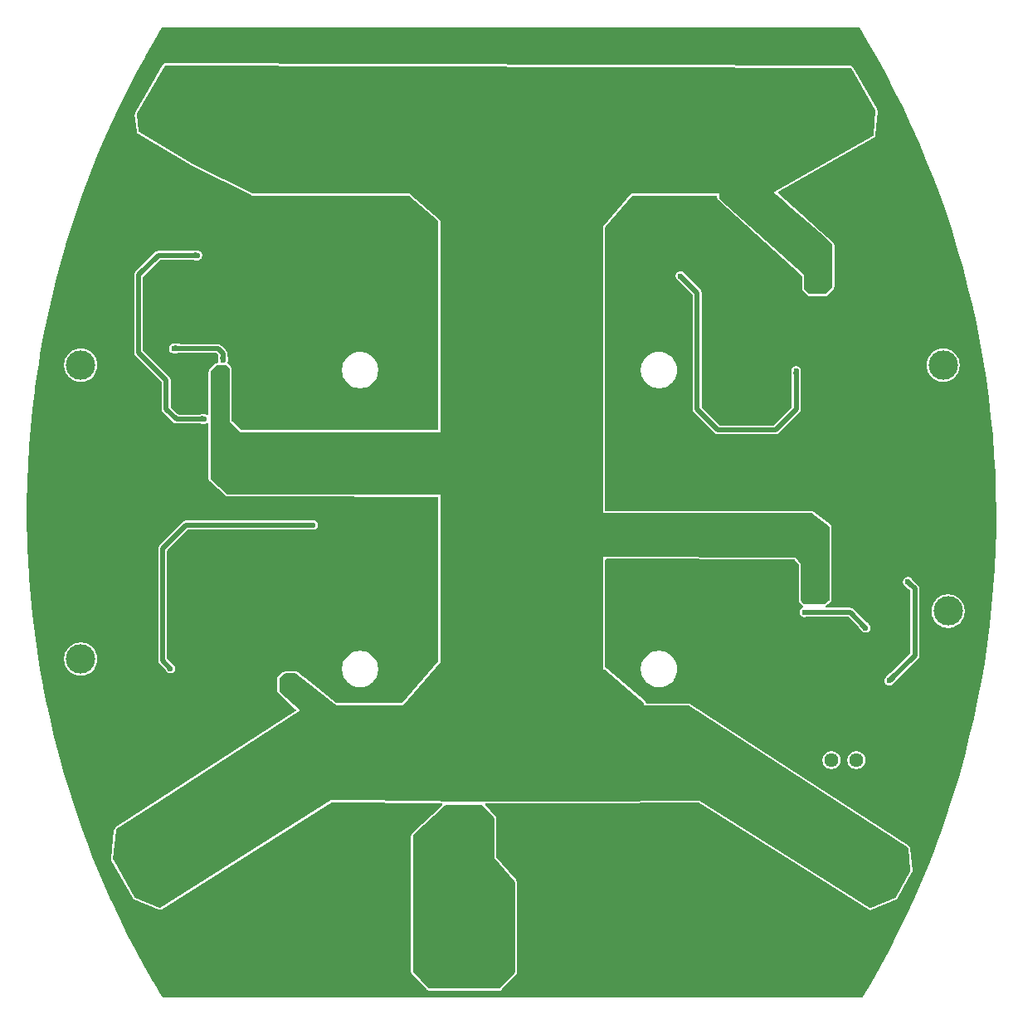
<source format=gbr>
%TF.GenerationSoftware,KiCad,Pcbnew,9.0.1*%
%TF.CreationDate,2025-04-09T16:15:18+03:00*%
%TF.ProjectId,G__ Da__t_m Kart_,47fce720-4461-41f3-9174-316d204b6172,rev?*%
%TF.SameCoordinates,Original*%
%TF.FileFunction,Copper,L4,Bot*%
%TF.FilePolarity,Positive*%
%FSLAX46Y46*%
G04 Gerber Fmt 4.6, Leading zero omitted, Abs format (unit mm)*
G04 Created by KiCad (PCBNEW 9.0.1) date 2025-04-09 16:15:18*
%MOMM*%
%LPD*%
G01*
G04 APERTURE LIST*
G04 Aperture macros list*
%AMRoundRect*
0 Rectangle with rounded corners*
0 $1 Rounding radius*
0 $2 $3 $4 $5 $6 $7 $8 $9 X,Y pos of 4 corners*
0 Add a 4 corners polygon primitive as box body*
4,1,4,$2,$3,$4,$5,$6,$7,$8,$9,$2,$3,0*
0 Add four circle primitives for the rounded corners*
1,1,$1+$1,$2,$3*
1,1,$1+$1,$4,$5*
1,1,$1+$1,$6,$7*
1,1,$1+$1,$8,$9*
0 Add four rect primitives between the rounded corners*
20,1,$1+$1,$2,$3,$4,$5,0*
20,1,$1+$1,$4,$5,$6,$7,0*
20,1,$1+$1,$6,$7,$8,$9,0*
20,1,$1+$1,$8,$9,$2,$3,0*%
G04 Aperture macros list end*
%TA.AperFunction,SMDPad,CuDef*%
%ADD10RoundRect,0.800000X3.200000X4.200000X-3.200000X4.200000X-3.200000X-4.200000X3.200000X-4.200000X0*%
%TD*%
%TA.AperFunction,ComponentPad*%
%ADD11C,6.000000*%
%TD*%
%TA.AperFunction,ComponentPad*%
%ADD12RoundRect,1.500000X0.549038X-2.049038X2.049038X0.549038X-0.549038X2.049038X-2.049038X-0.549038X0*%
%TD*%
%TA.AperFunction,ComponentPad*%
%ADD13C,1.440000*%
%TD*%
%TA.AperFunction,ComponentPad*%
%ADD14C,0.600000*%
%TD*%
%TA.AperFunction,SMDPad,CuDef*%
%ADD15R,4.500000X2.950000*%
%TD*%
%TA.AperFunction,ComponentPad*%
%ADD16C,3.000000*%
%TD*%
%TA.AperFunction,ComponentPad*%
%ADD17RoundRect,0.750000X0.750000X-0.750000X0.750000X0.750000X-0.750000X0.750000X-0.750000X-0.750000X0*%
%TD*%
%TA.AperFunction,ComponentPad*%
%ADD18RoundRect,1.500000X2.049038X-0.549038X0.549038X2.049038X-2.049038X0.549038X-0.549038X-2.049038X0*%
%TD*%
%TA.AperFunction,SMDPad,CuDef*%
%ADD19R,4.900000X2.950000*%
%TD*%
%TA.AperFunction,ComponentPad*%
%ADD20RoundRect,0.750000X-0.750000X0.750000X-0.750000X-0.750000X0.750000X-0.750000X0.750000X0.750000X0*%
%TD*%
%TA.AperFunction,SMDPad,CuDef*%
%ADD21R,2.950000X4.900000*%
%TD*%
%TA.AperFunction,ViaPad*%
%ADD22C,0.600000*%
%TD*%
%TA.AperFunction,Conductor*%
%ADD23C,0.508000*%
%TD*%
G04 APERTURE END LIST*
D10*
%TO.P,H7,1,1*%
%TO.N,VCC*%
X187200000Y-127700000D03*
%TD*%
%TO.P,H8,1,1*%
%TO.N,GND*%
X198900000Y-127700000D03*
%TD*%
D11*
%TO.P,J3,2,POS*%
%TO.N,VBAT*%
X228000000Y-122000000D03*
D12*
%TO.P,J3,1,NEG*%
%TO.N,GND*%
X224400000Y-128235383D03*
%TD*%
D13*
%TO.P,RV1,3,3*%
%TO.N,GND*%
X222060000Y-111300000D03*
%TO.P,RV1,2,2*%
%TO.N,/5V_Regulators/V_Sense_ADJ*%
X224600000Y-111300000D03*
%TO.P,RV1,1,1*%
%TO.N,Net-(R9-Pad2)*%
X227140000Y-111300000D03*
%TD*%
D14*
%TO.P,U9,9,GNDPAD*%
%TO.N,GND*%
X226100000Y-103900000D03*
X225000000Y-103900000D03*
X223700000Y-103900000D03*
X222500000Y-103900000D03*
D15*
X224300000Y-104500000D03*
D14*
X226100000Y-105100000D03*
X225000000Y-105100000D03*
X223700000Y-105100000D03*
X222500000Y-105100000D03*
%TD*%
D16*
%TO.P,U5,2,+*%
%TO.N,5V_ADJ_VDD*%
X236500000Y-96100000D03*
D17*
%TO.P,U5,1,-*%
%TO.N,GND*%
X236500000Y-101100000D03*
%TD*%
D18*
%TO.P,J1,1,NEG*%
%TO.N,GND*%
X228562500Y-52235383D03*
D11*
%TO.P,J1,2,POS*%
%TO.N,VBAT*%
X224962500Y-46000000D03*
%TD*%
D14*
%TO.P,U7,9,GND*%
%TO.N,GND*%
X166000000Y-97500000D03*
X167300000Y-97500000D03*
X168600000Y-97500000D03*
X169900000Y-97500000D03*
D19*
X167950000Y-96850000D03*
D14*
X166000000Y-96200000D03*
X167300000Y-96200000D03*
X168600000Y-96200000D03*
X169900000Y-96200000D03*
%TD*%
D20*
%TO.P,U3,1,-*%
%TO.N,GND*%
X148000000Y-96000000D03*
D16*
%TO.P,U3,2,+*%
%TO.N,12V_1A_VDD*%
X148000000Y-101000000D03*
%TD*%
D14*
%TO.P,U8,9,GND*%
%TO.N,GND*%
X216400000Y-66100000D03*
X216400000Y-64800000D03*
X216400000Y-63500000D03*
X216400000Y-62200000D03*
D21*
X215750000Y-64150000D03*
D14*
X215100000Y-66100000D03*
X215100000Y-64800000D03*
X215100000Y-63500000D03*
X215100000Y-62200000D03*
%TD*%
%TO.P,U6,9,GNDPAD*%
%TO.N,GND*%
X161800000Y-64200000D03*
X160600000Y-64200000D03*
X159300000Y-64200000D03*
X158200000Y-64200000D03*
D15*
X160000000Y-64800000D03*
D14*
X161800000Y-65400000D03*
X160600000Y-65400000D03*
X159300000Y-65400000D03*
X158200000Y-65400000D03*
%TD*%
D18*
%TO.P,J4,1,NEG*%
%TO.N,GND*%
X160000000Y-128235383D03*
D11*
%TO.P,J4,2,POS*%
%TO.N,VBAT*%
X156400000Y-122000000D03*
%TD*%
D17*
%TO.P,U4,1,-*%
%TO.N,GND*%
X236000000Y-76000000D03*
D16*
%TO.P,U4,2,+*%
%TO.N,5V_1A_VDD*%
X236000000Y-71000000D03*
%TD*%
D12*
%TO.P,J2,1,NEG*%
%TO.N,GND*%
X154400000Y-52235383D03*
D11*
%TO.P,J2,2,POS*%
%TO.N,VBAT*%
X158000000Y-46000000D03*
%TD*%
D17*
%TO.P,U2,1,-*%
%TO.N,GND*%
X148000000Y-76000000D03*
D16*
%TO.P,U2,2,+*%
%TO.N,12V_5A_VDD*%
X148000000Y-71000000D03*
%TD*%
D22*
%TO.N,GND*%
X213000000Y-96000000D03*
X213000000Y-94000000D03*
X213000000Y-92000000D03*
X211000000Y-92000000D03*
X211000000Y-94000000D03*
X211000000Y-96000000D03*
X205000000Y-76000000D03*
X203000000Y-76000000D03*
X205000000Y-61000000D03*
X207000000Y-59000000D03*
X205000000Y-57000000D03*
X211000000Y-59000000D03*
X207000000Y-57000000D03*
X211000000Y-57000000D03*
X211000000Y-55000000D03*
X207000000Y-55000000D03*
X209000000Y-55000000D03*
X205000000Y-59000000D03*
X209000000Y-59000000D03*
X205000000Y-55000000D03*
X209000000Y-57000000D03*
X205000000Y-96000000D03*
X203000000Y-94000000D03*
X209000000Y-96000000D03*
X205000000Y-94000000D03*
X209000000Y-94000000D03*
X209000000Y-92000000D03*
X205000000Y-92000000D03*
X207000000Y-92000000D03*
X203000000Y-96000000D03*
X207000000Y-96000000D03*
X203000000Y-92000000D03*
X207000000Y-94000000D03*
X221000000Y-84000000D03*
X219000000Y-84000000D03*
X217000000Y-84000000D03*
X219000000Y-82000000D03*
X217000000Y-82000000D03*
X221000000Y-82000000D03*
X217000000Y-80000000D03*
X219000000Y-80000000D03*
X215000000Y-82000000D03*
X213000000Y-82000000D03*
X221000000Y-80000000D03*
X213000000Y-80000000D03*
X215000000Y-80000000D03*
X213000000Y-84000000D03*
X215000000Y-84000000D03*
X209000000Y-84000000D03*
X207000000Y-84000000D03*
X211000000Y-84000000D03*
X205000000Y-84000000D03*
X203000000Y-84000000D03*
X209000000Y-82000000D03*
X211000000Y-82000000D03*
X205000000Y-82000000D03*
X203000000Y-82000000D03*
X207000000Y-82000000D03*
X209000000Y-80000000D03*
X205000000Y-78000000D03*
X207000000Y-78000000D03*
X207000000Y-80000000D03*
X211000000Y-80000000D03*
X209000000Y-78000000D03*
X211000000Y-78000000D03*
X205000000Y-80000000D03*
X203000000Y-80000000D03*
X203000000Y-78000000D03*
X181000000Y-70000000D03*
X181000000Y-72000000D03*
X183000000Y-72000000D03*
X183000000Y-70000000D03*
X183000000Y-74000000D03*
X181000000Y-68000000D03*
X183000000Y-68000000D03*
X181000000Y-74000000D03*
X181000000Y-88000000D03*
X181000000Y-86000000D03*
X183000000Y-86000000D03*
X177000000Y-86000000D03*
X183000000Y-88000000D03*
X175000000Y-86000000D03*
X177000000Y-88000000D03*
X179000000Y-88000000D03*
X179000000Y-86000000D03*
X175000000Y-88000000D03*
X175000000Y-98000000D03*
X175000000Y-94000000D03*
X177000000Y-94000000D03*
X175000000Y-92000000D03*
X183000000Y-96000000D03*
X175000000Y-96000000D03*
X183000000Y-94000000D03*
X179000000Y-94000000D03*
X181000000Y-92000000D03*
X179000000Y-98000000D03*
X179000000Y-92000000D03*
X177000000Y-96000000D03*
X177000000Y-92000000D03*
X181000000Y-98000000D03*
X177000000Y-98000000D03*
X183000000Y-98000000D03*
X181000000Y-90000000D03*
X181000000Y-94000000D03*
X183000000Y-90000000D03*
X175000000Y-90000000D03*
X179000000Y-96000000D03*
X179000000Y-90000000D03*
X177000000Y-90000000D03*
X181000000Y-96000000D03*
X183000000Y-92000000D03*
X173000000Y-60000000D03*
X171000000Y-60000000D03*
X175000000Y-60000000D03*
X181000000Y-60000000D03*
X183000000Y-60000000D03*
X181000000Y-56000000D03*
X183000000Y-56000000D03*
X175000000Y-56000000D03*
X173000000Y-56000000D03*
X171000000Y-56000000D03*
X177000000Y-56000000D03*
X179000000Y-56000000D03*
X177000000Y-58000000D03*
X171000000Y-66000000D03*
X181000000Y-66000000D03*
X175000000Y-66000000D03*
X179000000Y-66000000D03*
X183000000Y-58000000D03*
X175000000Y-58000000D03*
X171000000Y-58000000D03*
X179000000Y-58000000D03*
X173000000Y-66000000D03*
X177000000Y-66000000D03*
X181000000Y-58000000D03*
X173000000Y-58000000D03*
X183000000Y-66000000D03*
X173000000Y-64000000D03*
X177000000Y-64000000D03*
X175000000Y-62000000D03*
X175000000Y-64000000D03*
X171000000Y-62000000D03*
X179000000Y-62000000D03*
X177000000Y-62000000D03*
X179000000Y-64000000D03*
X183000000Y-64000000D03*
X177000000Y-60000000D03*
X183000000Y-62000000D03*
X181000000Y-64000000D03*
X179000000Y-60000000D03*
X173000000Y-62000000D03*
X171000000Y-64000000D03*
X181000000Y-62000000D03*
%TO.N,VBAT*%
X225000000Y-118000000D03*
X221000000Y-120000000D03*
X223000000Y-120000000D03*
X221000000Y-118000000D03*
X223000000Y-118000000D03*
X221000000Y-114000000D03*
X221000000Y-116000000D03*
X223000000Y-116000000D03*
X217000000Y-118000000D03*
X219000000Y-116000000D03*
X217000000Y-116000000D03*
X215000000Y-116000000D03*
X219000000Y-118000000D03*
X215000000Y-110000000D03*
X217000000Y-114000000D03*
X219000000Y-114000000D03*
X217000000Y-112000000D03*
X211000000Y-114000000D03*
X215000000Y-112000000D03*
X215000000Y-114000000D03*
X213000000Y-114000000D03*
X211000000Y-112000000D03*
X213000000Y-112000000D03*
X169000000Y-108000000D03*
X165000000Y-120000000D03*
X171000000Y-116000000D03*
X167000000Y-118000000D03*
X161000000Y-120000000D03*
X163000000Y-120000000D03*
X159000000Y-118000000D03*
X161000000Y-118000000D03*
X161000000Y-116000000D03*
X161000000Y-114000000D03*
X159000000Y-116000000D03*
X163000000Y-118000000D03*
X165000000Y-118000000D03*
X163000000Y-116000000D03*
X165000000Y-116000000D03*
X165000000Y-114000000D03*
X163000000Y-112000000D03*
X165000000Y-112000000D03*
X163000000Y-114000000D03*
X167000000Y-116000000D03*
X169000000Y-116000000D03*
X167000000Y-114000000D03*
X169000000Y-114000000D03*
X169000000Y-112000000D03*
X167000000Y-110000000D03*
X169000000Y-110000000D03*
X167000000Y-112000000D03*
X173000000Y-112000000D03*
X173000000Y-114000000D03*
X171000000Y-114000000D03*
X171000000Y-112000000D03*
X197000000Y-112000000D03*
X199000000Y-112000000D03*
X201000000Y-112000000D03*
X181000000Y-112000000D03*
X177000000Y-112000000D03*
X181000000Y-114000000D03*
X175000000Y-114000000D03*
X175000000Y-112000000D03*
X177000000Y-114000000D03*
X179000000Y-114000000D03*
X179000000Y-112000000D03*
X185000000Y-114000000D03*
X183000000Y-112000000D03*
X185000000Y-112000000D03*
X183000000Y-114000000D03*
X209000000Y-114000000D03*
X209000000Y-112000000D03*
X205000000Y-114000000D03*
X207000000Y-114000000D03*
X205000000Y-112000000D03*
X207000000Y-112000000D03*
X203000000Y-112000000D03*
X203000000Y-114000000D03*
X211000000Y-108000000D03*
X207000000Y-110000000D03*
X209000000Y-110000000D03*
X205000000Y-108000000D03*
X209000000Y-108000000D03*
X207000000Y-108000000D03*
X205000000Y-110000000D03*
X211000000Y-110000000D03*
X213000000Y-110000000D03*
X173000000Y-108000000D03*
X171000000Y-110000000D03*
X171000000Y-108000000D03*
X173000000Y-110000000D03*
X181000000Y-108000000D03*
X181000000Y-110000000D03*
X179000000Y-110000000D03*
X179000000Y-108000000D03*
X177000000Y-110000000D03*
X175000000Y-108000000D03*
X177000000Y-108000000D03*
X175000000Y-110000000D03*
X203000000Y-108000000D03*
X203000000Y-110000000D03*
X201000000Y-110000000D03*
X201000000Y-108000000D03*
X201000000Y-106000000D03*
X203000000Y-106000000D03*
X185000000Y-108000000D03*
X185000000Y-110000000D03*
X183000000Y-110000000D03*
X183000000Y-108000000D03*
X183000000Y-106000000D03*
X185000000Y-106000000D03*
X219000000Y-42000000D03*
X209000000Y-52000000D03*
X219000000Y-50000000D03*
X215000000Y-50000000D03*
X211000000Y-48000000D03*
X219000000Y-48000000D03*
X213000000Y-42000000D03*
X211000000Y-42000000D03*
X213000000Y-50000000D03*
X217000000Y-42000000D03*
X217000000Y-50000000D03*
X213000000Y-46000000D03*
X213000000Y-52000000D03*
X217000000Y-52000000D03*
X215000000Y-42000000D03*
X209000000Y-42000000D03*
X211000000Y-50000000D03*
X209000000Y-50000000D03*
X219000000Y-52000000D03*
X215000000Y-52000000D03*
X211000000Y-52000000D03*
X217000000Y-46000000D03*
X217000000Y-48000000D03*
X209000000Y-44000000D03*
X217000000Y-44000000D03*
X211000000Y-46000000D03*
X213000000Y-48000000D03*
X209000000Y-46000000D03*
X209000000Y-48000000D03*
X215000000Y-48000000D03*
X215000000Y-44000000D03*
X213000000Y-44000000D03*
X211000000Y-44000000D03*
X219000000Y-46000000D03*
X215000000Y-46000000D03*
X219000000Y-44000000D03*
X205000000Y-46000000D03*
X201000000Y-48000000D03*
X203000000Y-42000000D03*
X207000000Y-48000000D03*
X203000000Y-50000000D03*
X201000000Y-52000000D03*
X207000000Y-42000000D03*
X203000000Y-46000000D03*
X201000000Y-44000000D03*
X203000000Y-52000000D03*
X207000000Y-44000000D03*
X205000000Y-48000000D03*
X201000000Y-46000000D03*
X205000000Y-42000000D03*
X203000000Y-48000000D03*
X207000000Y-52000000D03*
X201000000Y-50000000D03*
X203000000Y-44000000D03*
X207000000Y-46000000D03*
X205000000Y-44000000D03*
X205000000Y-52000000D03*
X205000000Y-50000000D03*
X207000000Y-50000000D03*
X201000000Y-42000000D03*
X169000000Y-50000000D03*
X165000000Y-48000000D03*
X167000000Y-42000000D03*
X165000000Y-42000000D03*
X167000000Y-50000000D03*
X171000000Y-42000000D03*
X171000000Y-50000000D03*
X167000000Y-46000000D03*
X167000000Y-52000000D03*
X171000000Y-52000000D03*
X169000000Y-42000000D03*
X165000000Y-50000000D03*
X169000000Y-52000000D03*
X165000000Y-52000000D03*
X171000000Y-46000000D03*
X171000000Y-48000000D03*
X171000000Y-44000000D03*
X165000000Y-46000000D03*
X167000000Y-48000000D03*
X169000000Y-48000000D03*
X169000000Y-44000000D03*
X167000000Y-44000000D03*
X165000000Y-44000000D03*
X169000000Y-46000000D03*
X177000000Y-42000000D03*
X183000000Y-42000000D03*
X179000000Y-42000000D03*
X175000000Y-42000000D03*
X185000000Y-42000000D03*
X181000000Y-42000000D03*
X173000000Y-42000000D03*
X175000000Y-50000000D03*
X177000000Y-50000000D03*
X183000000Y-50000000D03*
X179000000Y-50000000D03*
X181000000Y-50000000D03*
X173000000Y-50000000D03*
X177000000Y-52000000D03*
X179000000Y-52000000D03*
X185000000Y-52000000D03*
X175000000Y-52000000D03*
X181000000Y-52000000D03*
X173000000Y-52000000D03*
X185000000Y-50000000D03*
X183000000Y-52000000D03*
X175000000Y-48000000D03*
X183000000Y-48000000D03*
X177000000Y-46000000D03*
X183000000Y-46000000D03*
X175000000Y-46000000D03*
X173000000Y-46000000D03*
X181000000Y-46000000D03*
X173000000Y-48000000D03*
X179000000Y-46000000D03*
X179000000Y-48000000D03*
X181000000Y-48000000D03*
X185000000Y-48000000D03*
X185000000Y-46000000D03*
X177000000Y-48000000D03*
X179000000Y-44000000D03*
X181000000Y-44000000D03*
X173000000Y-44000000D03*
X177000000Y-44000000D03*
X183000000Y-44000000D03*
X175000000Y-44000000D03*
X185000000Y-44000000D03*
X199000000Y-108000000D03*
X191000000Y-108000000D03*
X197000000Y-108000000D03*
X187000000Y-110000000D03*
X195000000Y-108000000D03*
X193000000Y-108000000D03*
X197000000Y-110000000D03*
X199000000Y-110000000D03*
X189000000Y-108000000D03*
X187000000Y-108000000D03*
X189000000Y-110000000D03*
X191000000Y-110000000D03*
X195000000Y-110000000D03*
X193000000Y-110000000D03*
X197000000Y-104000000D03*
X187000000Y-106000000D03*
X191000000Y-104000000D03*
X187000000Y-98000000D03*
X199000000Y-104000000D03*
X195000000Y-104000000D03*
X197000000Y-96000000D03*
X197000000Y-102000000D03*
X197000000Y-94000000D03*
X197000000Y-100000000D03*
X199000000Y-92000000D03*
X187000000Y-94000000D03*
X197000000Y-106000000D03*
X191000000Y-94000000D03*
X193000000Y-92000000D03*
X191000000Y-100000000D03*
X189000000Y-94000000D03*
X187000000Y-100000000D03*
X187000000Y-92000000D03*
X195000000Y-100000000D03*
X191000000Y-92000000D03*
X199000000Y-94000000D03*
X189000000Y-100000000D03*
X193000000Y-100000000D03*
X197000000Y-92000000D03*
X199000000Y-106000000D03*
X193000000Y-104000000D03*
X187000000Y-102000000D03*
X195000000Y-96000000D03*
X195000000Y-94000000D03*
X195000000Y-98000000D03*
X189000000Y-96000000D03*
X199000000Y-96000000D03*
X189000000Y-92000000D03*
X189000000Y-104000000D03*
X189000000Y-102000000D03*
X189000000Y-106000000D03*
X191000000Y-98000000D03*
X193000000Y-102000000D03*
X187000000Y-104000000D03*
X193000000Y-98000000D03*
X199000000Y-100000000D03*
X189000000Y-98000000D03*
X187000000Y-96000000D03*
X197000000Y-98000000D03*
X191000000Y-106000000D03*
X199000000Y-102000000D03*
X193000000Y-96000000D03*
X195000000Y-92000000D03*
X195000000Y-106000000D03*
X195000000Y-102000000D03*
X191000000Y-102000000D03*
X199000000Y-98000000D03*
X191000000Y-96000000D03*
X193000000Y-106000000D03*
X193000000Y-94000000D03*
X197000000Y-90000000D03*
X189000000Y-90000000D03*
X199000000Y-90000000D03*
X193000000Y-90000000D03*
X195000000Y-90000000D03*
X191000000Y-90000000D03*
X187000000Y-90000000D03*
X189000000Y-76000000D03*
X187000000Y-76000000D03*
X191000000Y-76000000D03*
X197000000Y-76000000D03*
X199000000Y-76000000D03*
X197000000Y-88000000D03*
X193000000Y-74000000D03*
X187000000Y-82000000D03*
X197000000Y-82000000D03*
X191000000Y-82000000D03*
X195000000Y-82000000D03*
X199000000Y-74000000D03*
X191000000Y-74000000D03*
X187000000Y-74000000D03*
X195000000Y-74000000D03*
X189000000Y-82000000D03*
X193000000Y-82000000D03*
X197000000Y-74000000D03*
X189000000Y-74000000D03*
X191000000Y-84000000D03*
X189000000Y-86000000D03*
X189000000Y-84000000D03*
X193000000Y-86000000D03*
X189000000Y-88000000D03*
X195000000Y-84000000D03*
X187000000Y-84000000D03*
X199000000Y-88000000D03*
X199000000Y-82000000D03*
X193000000Y-88000000D03*
X195000000Y-88000000D03*
X189000000Y-80000000D03*
X193000000Y-80000000D03*
X191000000Y-78000000D03*
X191000000Y-80000000D03*
X187000000Y-78000000D03*
X195000000Y-78000000D03*
X193000000Y-78000000D03*
X195000000Y-80000000D03*
X199000000Y-80000000D03*
X193000000Y-76000000D03*
X199000000Y-78000000D03*
X197000000Y-80000000D03*
X195000000Y-76000000D03*
X189000000Y-78000000D03*
X191000000Y-88000000D03*
X187000000Y-86000000D03*
X193000000Y-84000000D03*
X199000000Y-84000000D03*
X197000000Y-86000000D03*
X187000000Y-88000000D03*
X191000000Y-86000000D03*
X187000000Y-80000000D03*
X197000000Y-84000000D03*
X199000000Y-86000000D03*
X195000000Y-86000000D03*
X197000000Y-78000000D03*
X191000000Y-58000000D03*
X197000000Y-58000000D03*
X193000000Y-58000000D03*
X189000000Y-58000000D03*
X199000000Y-58000000D03*
X195000000Y-58000000D03*
X187000000Y-58000000D03*
X189000000Y-66000000D03*
X191000000Y-66000000D03*
X197000000Y-66000000D03*
X193000000Y-66000000D03*
X195000000Y-66000000D03*
X187000000Y-66000000D03*
X197000000Y-72000000D03*
X187000000Y-70000000D03*
X191000000Y-68000000D03*
X189000000Y-70000000D03*
X193000000Y-68000000D03*
X199000000Y-68000000D03*
X189000000Y-68000000D03*
X193000000Y-70000000D03*
X195000000Y-68000000D03*
X187000000Y-68000000D03*
X199000000Y-72000000D03*
X191000000Y-72000000D03*
X189000000Y-72000000D03*
X187000000Y-72000000D03*
X199000000Y-70000000D03*
X199000000Y-66000000D03*
X197000000Y-70000000D03*
X195000000Y-70000000D03*
X193000000Y-72000000D03*
X191000000Y-70000000D03*
X195000000Y-72000000D03*
X197000000Y-68000000D03*
X189000000Y-64000000D03*
X197000000Y-64000000D03*
X191000000Y-62000000D03*
X197000000Y-62000000D03*
X189000000Y-62000000D03*
X187000000Y-62000000D03*
X195000000Y-62000000D03*
X187000000Y-64000000D03*
X193000000Y-62000000D03*
X193000000Y-64000000D03*
X195000000Y-64000000D03*
X199000000Y-64000000D03*
X199000000Y-62000000D03*
X191000000Y-64000000D03*
X193000000Y-60000000D03*
X195000000Y-60000000D03*
X187000000Y-60000000D03*
X191000000Y-60000000D03*
X197000000Y-60000000D03*
X189000000Y-60000000D03*
X199000000Y-60000000D03*
X191000000Y-50000000D03*
X197000000Y-50000000D03*
X193000000Y-50000000D03*
X189000000Y-50000000D03*
X199000000Y-50000000D03*
X195000000Y-50000000D03*
X187000000Y-50000000D03*
X189000000Y-56000000D03*
X197000000Y-56000000D03*
X191000000Y-54000000D03*
X197000000Y-54000000D03*
X189000000Y-54000000D03*
X187000000Y-54000000D03*
X195000000Y-54000000D03*
X187000000Y-56000000D03*
X193000000Y-54000000D03*
X193000000Y-56000000D03*
X195000000Y-56000000D03*
X199000000Y-56000000D03*
X199000000Y-54000000D03*
X191000000Y-56000000D03*
X193000000Y-52000000D03*
X195000000Y-52000000D03*
X187000000Y-52000000D03*
X191000000Y-52000000D03*
X197000000Y-52000000D03*
X189000000Y-52000000D03*
X199000000Y-52000000D03*
X191000000Y-46000000D03*
X197000000Y-46000000D03*
X193000000Y-46000000D03*
X189000000Y-46000000D03*
X199000000Y-46000000D03*
X195000000Y-46000000D03*
X187000000Y-46000000D03*
X193000000Y-48000000D03*
X195000000Y-48000000D03*
X187000000Y-48000000D03*
X191000000Y-48000000D03*
X197000000Y-48000000D03*
X189000000Y-48000000D03*
X199000000Y-48000000D03*
X191000000Y-44000000D03*
X197000000Y-44000000D03*
X193000000Y-44000000D03*
X189000000Y-44000000D03*
X199000000Y-44000000D03*
X195000000Y-44000000D03*
X187000000Y-44000000D03*
X187000000Y-42000000D03*
X195000000Y-42000000D03*
X199000000Y-42000000D03*
X189000000Y-42000000D03*
X193000000Y-42000000D03*
X197000000Y-42000000D03*
X191000000Y-42000000D03*
X223800000Y-61250000D03*
X222800000Y-61250000D03*
X223800000Y-62250000D03*
X222800000Y-62250000D03*
X162500000Y-73500000D03*
X162500000Y-72500000D03*
X162500000Y-71500000D03*
X221850000Y-96200000D03*
X221850000Y-94900000D03*
X222850000Y-94900000D03*
X223850000Y-94900000D03*
X169200000Y-103950000D03*
X169200000Y-102950000D03*
%TO.N,12V_1A_VDD*%
X157150000Y-101950000D03*
X171700000Y-87300000D03*
%TO.N,VBAT*%
X222800000Y-63250000D03*
X223800000Y-63250000D03*
%TO.N,GND*%
X199400000Y-125000000D03*
X197400000Y-125000000D03*
X196400000Y-125000000D03*
X200400000Y-125000000D03*
X201400000Y-125000000D03*
X198400000Y-125000000D03*
X196400000Y-129000000D03*
X199400000Y-129000000D03*
X197400000Y-129000000D03*
X196400000Y-128000000D03*
X200400000Y-129000000D03*
X201400000Y-129000000D03*
X198400000Y-129000000D03*
X197400000Y-131000000D03*
X199400000Y-130000000D03*
X199400000Y-128000000D03*
X200400000Y-128000000D03*
X201400000Y-130000000D03*
X198400000Y-128000000D03*
X200400000Y-130000000D03*
X196400000Y-131000000D03*
X198400000Y-130000000D03*
X197400000Y-130000000D03*
X200400000Y-131000000D03*
X197400000Y-128000000D03*
X198400000Y-131000000D03*
X201400000Y-131000000D03*
X197400000Y-127000000D03*
X199400000Y-126000000D03*
X200400000Y-124000000D03*
X199400000Y-124000000D03*
X196400000Y-124000000D03*
X196400000Y-126000000D03*
X201400000Y-126000000D03*
X201400000Y-124000000D03*
X200400000Y-126000000D03*
X196400000Y-127000000D03*
X196400000Y-130000000D03*
X201400000Y-128000000D03*
X199400000Y-131000000D03*
X198400000Y-126000000D03*
X197400000Y-126000000D03*
X198400000Y-124000000D03*
X200400000Y-127000000D03*
X197400000Y-124000000D03*
X199400000Y-127000000D03*
X198400000Y-127000000D03*
X201400000Y-127000000D03*
%TO.N,VCC*%
X187700000Y-129100000D03*
X185700000Y-129100000D03*
X184700000Y-129100000D03*
X188700000Y-129100000D03*
X189700000Y-129100000D03*
X186700000Y-129100000D03*
X185700000Y-131100000D03*
X187700000Y-130100000D03*
X188700000Y-128100000D03*
X187700000Y-128100000D03*
X184700000Y-128100000D03*
X184700000Y-130100000D03*
X189700000Y-130100000D03*
X189700000Y-128100000D03*
X188700000Y-130100000D03*
X184700000Y-131100000D03*
X186700000Y-130100000D03*
X185700000Y-130100000D03*
X186700000Y-128100000D03*
X188700000Y-131100000D03*
X185700000Y-128100000D03*
X187700000Y-131100000D03*
X186700000Y-131100000D03*
X189700000Y-131100000D03*
X187700000Y-127100000D03*
X185700000Y-127100000D03*
X184700000Y-127100000D03*
X188700000Y-127100000D03*
X189700000Y-127100000D03*
X186700000Y-127100000D03*
X188700000Y-126100000D03*
X187700000Y-126100000D03*
X184700000Y-126100000D03*
X189700000Y-126100000D03*
X186700000Y-126100000D03*
X185700000Y-126100000D03*
X187700000Y-125100000D03*
X186700000Y-125100000D03*
X185700000Y-125100000D03*
X184700000Y-125100000D03*
X189700000Y-125100000D03*
X188700000Y-125100000D03*
X187700000Y-124100000D03*
X186700000Y-124100000D03*
X185700000Y-124100000D03*
X184700000Y-124100000D03*
X189700000Y-124100000D03*
X188700000Y-124100000D03*
X184500000Y-118800000D03*
X183500000Y-118800000D03*
X185500000Y-118800000D03*
X186500000Y-119800000D03*
X185500000Y-119800000D03*
X184500000Y-119800000D03*
X183500000Y-119800000D03*
X188500000Y-119800000D03*
X187500000Y-119800000D03*
X186500000Y-120800000D03*
X185500000Y-120800000D03*
X184500000Y-120800000D03*
X183500000Y-120800000D03*
X188500000Y-120800000D03*
X187500000Y-120800000D03*
X189500000Y-121800000D03*
X188500000Y-121800000D03*
X187500000Y-121800000D03*
X186500000Y-121800000D03*
X185500000Y-121800000D03*
X184500000Y-121800000D03*
%TO.N,5V_ADJ_VDD*%
X232400000Y-93100000D03*
X230500000Y-103200000D03*
%TO.N,VBAT*%
X228100000Y-97800000D03*
%TO.N,5V_1A_VDD*%
X221000000Y-71600000D03*
X209200000Y-61900000D03*
%TO.N,12V_5A_VDD*%
X160600000Y-76500000D03*
X159900000Y-59800000D03*
%TO.N,VBAT*%
X162500000Y-70500000D03*
X157500000Y-69300000D03*
%TD*%
D23*
%TO.N,12V_5A_VDD*%
X157750000Y-76500000D02*
X160600000Y-76500000D01*
X153900000Y-69700000D02*
X156700000Y-72500000D01*
X156700000Y-75450000D02*
X157750000Y-76500000D01*
X153900000Y-61800000D02*
X153900000Y-69700000D01*
X156700000Y-72500000D02*
X156700000Y-75450000D01*
X155900000Y-59800000D02*
X153900000Y-61800000D01*
X159900000Y-59800000D02*
X155900000Y-59800000D01*
%TO.N,VBAT*%
X162000000Y-69300000D02*
X157500000Y-69300000D01*
X162500000Y-69800000D02*
X162000000Y-69300000D01*
X162500000Y-70500000D02*
X162500000Y-69800000D01*
X223000000Y-96200000D02*
X221850000Y-96200000D01*
X226500000Y-96200000D02*
X228100000Y-97800000D01*
X223000000Y-96200000D02*
X226500000Y-96200000D01*
%TO.N,12V_1A_VDD*%
X156350000Y-101150000D02*
X157150000Y-101950000D01*
X158750000Y-87300000D02*
X156350000Y-89700000D01*
X171700000Y-87300000D02*
X158750000Y-87300000D01*
X156350000Y-89700000D02*
X156350000Y-101150000D01*
%TO.N,5V_ADJ_VDD*%
X233100000Y-100600000D02*
X230500000Y-103200000D01*
X232400000Y-93100000D02*
X233100000Y-93800000D01*
X233100000Y-93800000D02*
X233100000Y-100600000D01*
%TO.N,5V_1A_VDD*%
X213000000Y-77600000D02*
X218900000Y-77600000D01*
X221000000Y-75500000D02*
X221000000Y-71600000D01*
X210900000Y-75500000D02*
X213000000Y-77600000D01*
X210900000Y-63600000D02*
X210900000Y-75500000D01*
X218900000Y-77600000D02*
X221000000Y-75500000D01*
X209200000Y-61900000D02*
X210900000Y-63600000D01*
%TD*%
%TA.AperFunction,Conductor*%
%TO.N,VCC*%
G36*
X189012747Y-115919685D02*
G01*
X189036824Y-115939893D01*
X190167116Y-117164376D01*
X190198123Y-117226988D01*
X190200000Y-117248482D01*
X190200000Y-121300000D01*
X192269320Y-123664937D01*
X192298651Y-123728352D01*
X192300000Y-123746592D01*
X192300000Y-132950963D01*
X192280315Y-133018002D01*
X192266463Y-133035772D01*
X190836742Y-134560809D01*
X190776530Y-134596253D01*
X190746279Y-134600000D01*
X183554072Y-134600000D01*
X183487033Y-134580315D01*
X183463206Y-134560376D01*
X181933134Y-132912605D01*
X181901941Y-132850084D01*
X181900000Y-132828229D01*
X181900000Y-119033884D01*
X181919685Y-118966845D01*
X181939393Y-118943233D01*
X185164269Y-115933349D01*
X185226709Y-115901997D01*
X185248876Y-115900000D01*
X188945708Y-115900000D01*
X189012747Y-115919685D01*
G37*
%TD.AperFunction*%
%TD*%
%TA.AperFunction,Conductor*%
%TO.N,VBAT*%
G36*
X185800000Y-115500000D02*
G01*
X184731906Y-115491719D01*
X184731905Y-115491719D01*
X173562742Y-115405137D01*
X173562739Y-115405138D01*
X156124916Y-126347964D01*
X156057668Y-126366925D01*
X156010886Y-126357215D01*
X153539059Y-125316446D01*
X153484912Y-125272289D01*
X153479177Y-125263087D01*
X151319290Y-121434196D01*
X151303497Y-121366134D01*
X151303903Y-121360962D01*
X151594064Y-118459356D01*
X151620321Y-118394611D01*
X151650080Y-118367594D01*
X156228423Y-115405138D01*
X170387695Y-106243256D01*
X171162954Y-106949296D01*
X173963080Y-107002127D01*
X174336134Y-106514287D01*
X174300000Y-105900000D01*
X174046429Y-105700000D01*
X185800000Y-105700000D01*
X185800000Y-115500000D01*
G37*
%TD.AperFunction*%
%TD*%
%TA.AperFunction,Conductor*%
%TO.N,VBAT*%
G36*
X185800000Y-115500000D02*
G01*
X184760106Y-115500000D01*
X184753779Y-115499838D01*
X184700000Y-115497090D01*
X184700000Y-115491472D01*
X185800000Y-115500000D01*
G37*
%TD.AperFunction*%
%TA.AperFunction,Conductor*%
G36*
X201273964Y-56877515D02*
G01*
X201300000Y-56847368D01*
X201300000Y-86100000D01*
X197100000Y-86100000D01*
X195550000Y-88000000D01*
X195600000Y-89850000D01*
X196400000Y-90550000D01*
X201300000Y-90560562D01*
X201300000Y-105720678D01*
X198849777Y-105720678D01*
X198849777Y-115500000D01*
X185800000Y-115500000D01*
X185800000Y-105700000D01*
X184700000Y-105700000D01*
X184700000Y-84240811D01*
X188550000Y-84250000D01*
X189700000Y-82900000D01*
X189700000Y-79500000D01*
X188300000Y-77850000D01*
X184700000Y-77850000D01*
X184700000Y-53500000D01*
X201273964Y-53500000D01*
X201273964Y-56877515D01*
G37*
%TD.AperFunction*%
%TD*%
%TA.AperFunction,Conductor*%
%TO.N,VBAT*%
G36*
X201510609Y-102077086D02*
G01*
X204557249Y-104708275D01*
X205453319Y-105482154D01*
X205491190Y-105540870D01*
X205491304Y-105610740D01*
X205453626Y-105669580D01*
X205390118Y-105698709D01*
X205372270Y-105700000D01*
X201429562Y-105700000D01*
X201362523Y-105680315D01*
X201316768Y-105627511D01*
X201305562Y-105576000D01*
X201305562Y-102170933D01*
X201325247Y-102103894D01*
X201378051Y-102058139D01*
X201447209Y-102048195D01*
X201510609Y-102077086D01*
G37*
%TD.AperFunction*%
%TD*%
%TA.AperFunction,Conductor*%
%TO.N,VBAT*%
G36*
X184700000Y-105700000D02*
G01*
X180900000Y-105700000D01*
X184700000Y-101300000D01*
X184700000Y-105700000D01*
G37*
%TD.AperFunction*%
%TD*%
%TA.AperFunction,Conductor*%
%TO.N,VBAT*%
G36*
X226528542Y-40649744D02*
G01*
X226595509Y-40669668D01*
X226635607Y-40711956D01*
X229080941Y-44966838D01*
X229097279Y-45034770D01*
X229097066Y-45038135D01*
X228905079Y-47533968D01*
X228880310Y-47599301D01*
X228842295Y-47632500D01*
X218682725Y-53354554D01*
X218682726Y-53354554D01*
X218682726Y-53354555D01*
X218682725Y-53354555D01*
X218100000Y-52850000D01*
X218100000Y-49950000D01*
X216700000Y-48250000D01*
X214400000Y-48250000D01*
X213150000Y-49900000D01*
X213150000Y-53500000D01*
X165529272Y-53500000D01*
X165473818Y-53486909D01*
X159503826Y-50501913D01*
X159496326Y-50497835D01*
X153953438Y-47231490D01*
X153905675Y-47180495D01*
X153893150Y-47138353D01*
X153704509Y-45440584D01*
X153716670Y-45371780D01*
X153720487Y-45364677D01*
X156564016Y-40462040D01*
X156614678Y-40413927D01*
X156671721Y-40400256D01*
X226528542Y-40649744D01*
G37*
%TD.AperFunction*%
%TD*%
%TA.AperFunction,Conductor*%
%TO.N,VBAT*%
G36*
X184700000Y-56250000D02*
G01*
X181515789Y-53500000D01*
X184700000Y-53500000D01*
X184700000Y-56250000D01*
G37*
%TD.AperFunction*%
%TD*%
%TA.AperFunction,Conductor*%
%TO.N,VBAT*%
G36*
X162900676Y-71019685D02*
G01*
X162936811Y-71055217D01*
X163179174Y-71418761D01*
X163199982Y-71485460D01*
X163200000Y-71487544D01*
X163200000Y-76800000D01*
X164350000Y-77850000D01*
X188300000Y-77850000D01*
X189700000Y-79500000D01*
X189700000Y-82900000D01*
X188550000Y-84250000D01*
X184700000Y-84240811D01*
X167600000Y-84200000D01*
X167599852Y-84200000D01*
X162997302Y-84200000D01*
X162930263Y-84180315D01*
X162914716Y-84168496D01*
X161291414Y-82719118D01*
X161254517Y-82659785D01*
X161250000Y-82626622D01*
X161250000Y-71704893D01*
X161269685Y-71637854D01*
X161278736Y-71625516D01*
X161762819Y-71044616D01*
X161820858Y-71005718D01*
X161858078Y-71000000D01*
X162833637Y-71000000D01*
X162900676Y-71019685D01*
G37*
%TD.AperFunction*%
%TD*%
%TA.AperFunction,Conductor*%
%TO.N,VBAT*%
G36*
X218100000Y-49950000D02*
G01*
X218100000Y-52850000D01*
X219428169Y-54000000D01*
X220542155Y-54964549D01*
X222198595Y-56398784D01*
X222201382Y-56401272D01*
X223388279Y-57493216D01*
X224659955Y-58663159D01*
X224695964Y-58723034D01*
X224700000Y-58754413D01*
X224700000Y-62953744D01*
X224680315Y-63020783D01*
X224669708Y-63034952D01*
X224087082Y-63707212D01*
X224028303Y-63744980D01*
X223993379Y-63750000D01*
X222354854Y-63750000D01*
X222287815Y-63730315D01*
X222263101Y-63709411D01*
X221832247Y-63235471D01*
X221801717Y-63172625D01*
X221800000Y-63152060D01*
X221800000Y-61800000D01*
X213190960Y-54036935D01*
X213154355Y-53977421D01*
X213150000Y-53944846D01*
X213150000Y-53500000D01*
X213150000Y-49900000D01*
X214400000Y-48250000D01*
X216700000Y-48250000D01*
X218100000Y-49950000D01*
G37*
%TD.AperFunction*%
%TD*%
%TA.AperFunction,Conductor*%
%TO.N,VBAT*%
G36*
X222674768Y-86119685D02*
G01*
X222683469Y-86125819D01*
X224351741Y-87412771D01*
X224392797Y-87469304D01*
X224400000Y-87510951D01*
X224400000Y-94939353D01*
X224380315Y-95006392D01*
X224352129Y-95037233D01*
X223983583Y-95323880D01*
X223918580Y-95349500D01*
X223907454Y-95350000D01*
X222550000Y-95350000D01*
X221807032Y-95350000D01*
X221739993Y-95330315D01*
X221712884Y-95306698D01*
X221529852Y-95093160D01*
X221501169Y-95029449D01*
X221500000Y-95012462D01*
X221500000Y-91326651D01*
X220928597Y-90602875D01*
X220928596Y-90602874D01*
X201300000Y-90560561D01*
X201300000Y-90560562D01*
X196400000Y-90550000D01*
X195600000Y-89850000D01*
X195550000Y-88000000D01*
X197100000Y-86100000D01*
X201300000Y-86100000D01*
X222607729Y-86100000D01*
X222674768Y-86119685D01*
G37*
%TD.AperFunction*%
%TD*%
%TA.AperFunction,Conductor*%
%TO.N,VBAT*%
G36*
X169973015Y-102469685D02*
G01*
X169984157Y-102477752D01*
X170750000Y-103100000D01*
X174300000Y-105900000D01*
X174336134Y-106514287D01*
X173963080Y-107002127D01*
X171162954Y-106949296D01*
X170387694Y-106243255D01*
X170387695Y-106243255D01*
X168290507Y-104333316D01*
X168254196Y-104273623D01*
X168250000Y-104241638D01*
X168250000Y-102999890D01*
X168269685Y-102932851D01*
X168293298Y-102905745D01*
X168790175Y-102479852D01*
X168853886Y-102451169D01*
X168870873Y-102450000D01*
X169905976Y-102450000D01*
X169973015Y-102469685D01*
G37*
%TD.AperFunction*%
%TD*%
%TA.AperFunction,Conductor*%
%TO.N,VBAT*%
G36*
X210016592Y-105740363D02*
G01*
X210016881Y-105740548D01*
X232382081Y-120212147D01*
X232427672Y-120265093D01*
X232438103Y-120303916D01*
X232666335Y-122586242D01*
X232653418Y-122654907D01*
X232650951Y-122659504D01*
X231170599Y-125283765D01*
X231120517Y-125332483D01*
X231110717Y-125337124D01*
X228638890Y-126377893D01*
X228569465Y-126385766D01*
X228524860Y-126368642D01*
X211087037Y-115425816D01*
X211087034Y-115425815D01*
X198922220Y-115520116D01*
X198908691Y-115519481D01*
X198849777Y-115513478D01*
X198849777Y-105720678D01*
X201300000Y-105720678D01*
X209949553Y-105720678D01*
X210016592Y-105740363D01*
G37*
%TD.AperFunction*%
%TD*%
%TA.AperFunction,Conductor*%
%TO.N,VBAT*%
G36*
X201300000Y-56847367D02*
G01*
X201300000Y-56847368D01*
X201273964Y-56877515D01*
X201273964Y-53500000D01*
X204190908Y-53500000D01*
X201300000Y-56847367D01*
G37*
%TD.AperFunction*%
%TD*%
%TA.AperFunction,Conductor*%
%TO.N,GND*%
G36*
X227413572Y-36520185D02*
G01*
X227452848Y-36560679D01*
X228269875Y-37921712D01*
X228271124Y-37923842D01*
X229233000Y-39602320D01*
X229234227Y-39604512D01*
X230161923Y-41302170D01*
X230163105Y-41304387D01*
X231056177Y-43020409D01*
X231057315Y-43022649D01*
X231845026Y-44614147D01*
X231915499Y-44756530D01*
X231916573Y-44758758D01*
X232657053Y-46334339D01*
X232739414Y-46509585D01*
X232740460Y-46511869D01*
X233527683Y-48279054D01*
X233528682Y-48281359D01*
X234279936Y-50064110D01*
X234280888Y-50066435D01*
X234995875Y-51864049D01*
X234996779Y-51866392D01*
X235675193Y-53678095D01*
X235676050Y-53680457D01*
X236317603Y-55505482D01*
X236318413Y-55507860D01*
X236922911Y-57345657D01*
X236923671Y-57348052D01*
X237490774Y-59197585D01*
X237491486Y-59199994D01*
X238021003Y-61060636D01*
X238021667Y-61063059D01*
X238513414Y-62934173D01*
X238514027Y-62936609D01*
X238967730Y-64817150D01*
X238968295Y-64819598D01*
X239383827Y-66709026D01*
X239384342Y-66711485D01*
X239761518Y-68608982D01*
X239761982Y-68611451D01*
X240100620Y-70516086D01*
X240101035Y-70518563D01*
X240401035Y-72429773D01*
X240401399Y-72432259D01*
X240662608Y-74349083D01*
X240662922Y-74351575D01*
X240885247Y-76273303D01*
X240885511Y-76275802D01*
X241068862Y-78201674D01*
X241069075Y-78204177D01*
X241213373Y-80133368D01*
X241213535Y-80135875D01*
X241318720Y-82067590D01*
X241318831Y-82070100D01*
X241384859Y-84003546D01*
X241384919Y-84006057D01*
X241411766Y-85940444D01*
X241411775Y-85942956D01*
X241399429Y-87877439D01*
X241399388Y-87879951D01*
X241347851Y-89813837D01*
X241347759Y-89816348D01*
X241257055Y-91748845D01*
X241256911Y-91751353D01*
X241127080Y-93681520D01*
X241126886Y-93684025D01*
X240957980Y-95611172D01*
X240957736Y-95613672D01*
X240749812Y-97537099D01*
X240749516Y-97539594D01*
X240502685Y-99458281D01*
X240502340Y-99460769D01*
X240216677Y-101374158D01*
X240216281Y-101376639D01*
X239891910Y-103283863D01*
X239891463Y-103286335D01*
X239528540Y-105186501D01*
X239528044Y-105188964D01*
X239126685Y-107081454D01*
X239126139Y-107083906D01*
X238686522Y-108967888D01*
X238685926Y-108970328D01*
X238208244Y-110844971D01*
X238207599Y-110847399D01*
X237692034Y-112711991D01*
X237691340Y-112714406D01*
X237138113Y-114568151D01*
X237137371Y-114570551D01*
X236546669Y-116412812D01*
X236545877Y-116415196D01*
X235918019Y-118244980D01*
X235917180Y-118247348D01*
X235252356Y-120064112D01*
X235251469Y-120066462D01*
X234549975Y-121869384D01*
X234549040Y-121871716D01*
X233811195Y-123659988D01*
X233810214Y-123662301D01*
X233036240Y-125435377D01*
X233035211Y-125437669D01*
X232225523Y-127194599D01*
X232224449Y-127196870D01*
X231379304Y-128937096D01*
X231378183Y-128939344D01*
X230497988Y-130662033D01*
X230496823Y-130664258D01*
X229581880Y-132368817D01*
X229580669Y-132371019D01*
X228631388Y-134056680D01*
X228630133Y-134058856D01*
X227824939Y-135423250D01*
X227773915Y-135470981D01*
X227718149Y-135484228D01*
X156375501Y-135484227D01*
X156308462Y-135464542D01*
X156268977Y-135423698D01*
X155474049Y-134089511D01*
X155472813Y-134087388D01*
X155287511Y-133761815D01*
X154533224Y-132436543D01*
X154532036Y-132434406D01*
X154497611Y-132371019D01*
X153625478Y-130765161D01*
X153624382Y-130763093D01*
X152751213Y-129076106D01*
X152750145Y-129073993D01*
X151910746Y-127370001D01*
X151909677Y-127367776D01*
X151104372Y-125647438D01*
X151103348Y-125645192D01*
X151041467Y-125505841D01*
X150332453Y-123909185D01*
X150331474Y-123906919D01*
X149849481Y-122760511D01*
X149595286Y-122155917D01*
X149594365Y-122153663D01*
X149275166Y-121350051D01*
X151098627Y-121350051D01*
X151098627Y-121350057D01*
X151103314Y-121412583D01*
X151119107Y-121480644D01*
X151140305Y-121535165D01*
X153300186Y-125364045D01*
X153304779Y-125371787D01*
X153310507Y-125380979D01*
X153355037Y-125431547D01*
X153392472Y-125462074D01*
X153409184Y-125475703D01*
X153409187Y-125475705D01*
X153409186Y-125475705D01*
X153449409Y-125499887D01*
X153459313Y-125505842D01*
X155931140Y-126546611D01*
X155969120Y-126558426D01*
X155969121Y-126558426D01*
X155969123Y-126558427D01*
X156015905Y-126568137D01*
X156022096Y-126569323D01*
X156113436Y-126564713D01*
X156180684Y-126545752D01*
X156234148Y-126522029D01*
X173590483Y-115630339D01*
X173657349Y-115611376D01*
X184653094Y-115696613D01*
X184659945Y-115696857D01*
X184673131Y-115697691D01*
X184689513Y-115702322D01*
X184743292Y-115705070D01*
X184748519Y-115705271D01*
X184754846Y-115705433D01*
X184760106Y-115705500D01*
X184796535Y-115705500D01*
X184800454Y-115705748D01*
X184829754Y-115716403D01*
X184859662Y-115725185D01*
X184862311Y-115728242D01*
X184866116Y-115729626D01*
X184885008Y-115754436D01*
X184905417Y-115777989D01*
X184905992Y-115781993D01*
X184908445Y-115785214D01*
X184910923Y-115816286D01*
X184915361Y-115847147D01*
X184913679Y-115850829D01*
X184914001Y-115854863D01*
X184899287Y-115882342D01*
X184886336Y-115910703D01*
X184881311Y-115915915D01*
X184881021Y-115916459D01*
X184880518Y-115916738D01*
X184877230Y-115920151D01*
X181799174Y-118793002D01*
X181781628Y-118811551D01*
X181781613Y-118811567D01*
X181761921Y-118835160D01*
X181761918Y-118835165D01*
X181722511Y-118908943D01*
X181722510Y-118908945D01*
X181702826Y-118975980D01*
X181694500Y-119033887D01*
X181694500Y-132828238D01*
X181695304Y-132846390D01*
X181697247Y-132868266D01*
X181718056Y-132941827D01*
X181749248Y-133004346D01*
X181749250Y-133004349D01*
X181782545Y-133052439D01*
X181782549Y-133052444D01*
X183312616Y-134700208D01*
X183312617Y-134700209D01*
X183331324Y-134717975D01*
X183355151Y-134737914D01*
X183429135Y-134777490D01*
X183471176Y-134789834D01*
X183496166Y-134797173D01*
X183496168Y-134797173D01*
X183496174Y-134797175D01*
X183554072Y-134805500D01*
X183554076Y-134805500D01*
X190746269Y-134805500D01*
X190746279Y-134805500D01*
X190771540Y-134803941D01*
X190801791Y-134800194D01*
X190880778Y-134773348D01*
X190940990Y-134737904D01*
X190986662Y-134701359D01*
X192416383Y-133176322D01*
X192428538Y-133162112D01*
X192442390Y-133144342D01*
X192477490Y-133075900D01*
X192497175Y-133008861D01*
X192505500Y-132950963D01*
X192505500Y-123746592D01*
X192504940Y-123731435D01*
X192503591Y-123713195D01*
X192503589Y-123713190D01*
X192503589Y-123713185D01*
X192485167Y-123642085D01*
X192485166Y-123642082D01*
X192455836Y-123578669D01*
X192455835Y-123578667D01*
X192423981Y-123529623D01*
X192423980Y-123529622D01*
X192423975Y-123529614D01*
X190971274Y-121869384D01*
X190436180Y-121257847D01*
X190406849Y-121194432D01*
X190405500Y-121176192D01*
X190405500Y-117248470D01*
X190404722Y-117230618D01*
X190404721Y-117230604D01*
X190402844Y-117209110D01*
X190402843Y-117209106D01*
X190402843Y-117209104D01*
X190382278Y-117135790D01*
X190351273Y-117073183D01*
X190351272Y-117073180D01*
X190318120Y-117024991D01*
X189292227Y-115913607D01*
X189261220Y-115850994D01*
X189268986Y-115781557D01*
X189313059Y-115727342D01*
X189379447Y-115705561D01*
X189383343Y-115705500D01*
X198771814Y-115705500D01*
X198811519Y-115712029D01*
X198816618Y-115713752D01*
X198828946Y-115717919D01*
X198874003Y-115722510D01*
X198887870Y-115723923D01*
X198899024Y-115724753D01*
X198899037Y-115724753D01*
X198899056Y-115724755D01*
X198912585Y-115725390D01*
X198923813Y-115725610D01*
X210992424Y-115632054D01*
X211059292Y-115651017D01*
X220349035Y-121480646D01*
X228415629Y-126542708D01*
X228451190Y-126560481D01*
X228451196Y-126560483D01*
X228451209Y-126560490D01*
X228495814Y-126577614D01*
X228501732Y-126579783D01*
X228592618Y-126589957D01*
X228592619Y-126589956D01*
X228592621Y-126589957D01*
X228662046Y-126582084D01*
X228718636Y-126567289D01*
X231190463Y-125526520D01*
X231198672Y-125522850D01*
X231208472Y-125518209D01*
X231263808Y-125479786D01*
X231313890Y-125431068D01*
X231349585Y-125384731D01*
X232829937Y-122760470D01*
X232832024Y-122756678D01*
X232834491Y-122752081D01*
X232855376Y-122692899D01*
X232868293Y-122624234D01*
X232870815Y-122565794D01*
X232642583Y-120283468D01*
X232636564Y-120250593D01*
X232626133Y-120211770D01*
X232583396Y-120131002D01*
X232537805Y-120078056D01*
X232493719Y-120039615D01*
X218846920Y-111209334D01*
X223679500Y-111209334D01*
X223679500Y-111390665D01*
X223714872Y-111568492D01*
X223714874Y-111568500D01*
X223784261Y-111736017D01*
X223784266Y-111736026D01*
X223885000Y-111886784D01*
X223885003Y-111886788D01*
X224013211Y-112014996D01*
X224013215Y-112014999D01*
X224163973Y-112115733D01*
X224163979Y-112115736D01*
X224163980Y-112115737D01*
X224331500Y-112185126D01*
X224509334Y-112220499D01*
X224509338Y-112220500D01*
X224509339Y-112220500D01*
X224690662Y-112220500D01*
X224690663Y-112220499D01*
X224868500Y-112185126D01*
X225036020Y-112115737D01*
X225186785Y-112014999D01*
X225314999Y-111886785D01*
X225415737Y-111736020D01*
X225485126Y-111568500D01*
X225520500Y-111390661D01*
X225520500Y-111209339D01*
X225520499Y-111209334D01*
X226219500Y-111209334D01*
X226219500Y-111390665D01*
X226254872Y-111568492D01*
X226254874Y-111568500D01*
X226324261Y-111736017D01*
X226324266Y-111736026D01*
X226425000Y-111886784D01*
X226425003Y-111886788D01*
X226553211Y-112014996D01*
X226553215Y-112014999D01*
X226703973Y-112115733D01*
X226703979Y-112115736D01*
X226703980Y-112115737D01*
X226871500Y-112185126D01*
X227049334Y-112220499D01*
X227049338Y-112220500D01*
X227049339Y-112220500D01*
X227230662Y-112220500D01*
X227230663Y-112220499D01*
X227408500Y-112185126D01*
X227576020Y-112115737D01*
X227726785Y-112014999D01*
X227854999Y-111886785D01*
X227955737Y-111736020D01*
X228025126Y-111568500D01*
X228060500Y-111390661D01*
X228060500Y-111209339D01*
X228025126Y-111031500D01*
X227955737Y-110863980D01*
X227955736Y-110863979D01*
X227955733Y-110863973D01*
X227854999Y-110713215D01*
X227854996Y-110713211D01*
X227726788Y-110585003D01*
X227726784Y-110585000D01*
X227576026Y-110484266D01*
X227576017Y-110484261D01*
X227408500Y-110414874D01*
X227408492Y-110414872D01*
X227230665Y-110379500D01*
X227230661Y-110379500D01*
X227049339Y-110379500D01*
X227049334Y-110379500D01*
X226871507Y-110414872D01*
X226871499Y-110414874D01*
X226703982Y-110484261D01*
X226703973Y-110484266D01*
X226553215Y-110585000D01*
X226553211Y-110585003D01*
X226425003Y-110713211D01*
X226425000Y-110713215D01*
X226324266Y-110863973D01*
X226324261Y-110863982D01*
X226254874Y-111031499D01*
X226254872Y-111031507D01*
X226219500Y-111209334D01*
X225520499Y-111209334D01*
X225485126Y-111031500D01*
X225415737Y-110863980D01*
X225415736Y-110863979D01*
X225415733Y-110863973D01*
X225314999Y-110713215D01*
X225314996Y-110713211D01*
X225186788Y-110585003D01*
X225186784Y-110585000D01*
X225036026Y-110484266D01*
X225036017Y-110484261D01*
X224868500Y-110414874D01*
X224868492Y-110414872D01*
X224690665Y-110379500D01*
X224690661Y-110379500D01*
X224509339Y-110379500D01*
X224509334Y-110379500D01*
X224331507Y-110414872D01*
X224331499Y-110414874D01*
X224163982Y-110484261D01*
X224163973Y-110484266D01*
X224013215Y-110585000D01*
X224013211Y-110585003D01*
X223885003Y-110713211D01*
X223885000Y-110713215D01*
X223784266Y-110863973D01*
X223784261Y-110863982D01*
X223714874Y-111031499D01*
X223714872Y-111031507D01*
X223679500Y-111209334D01*
X218846920Y-111209334D01*
X210128519Y-105568016D01*
X210128399Y-105567938D01*
X210127816Y-105567563D01*
X210127674Y-105567472D01*
X210127385Y-105567287D01*
X210127381Y-105567285D01*
X210127374Y-105567281D01*
X210074502Y-105543192D01*
X210074493Y-105543189D01*
X210007456Y-105523504D01*
X210007452Y-105523503D01*
X210007451Y-105523503D01*
X209949553Y-105515178D01*
X209949549Y-105515178D01*
X205781898Y-105515178D01*
X205714859Y-105495493D01*
X205669104Y-105442689D01*
X205665349Y-105433513D01*
X205663885Y-105429484D01*
X205663885Y-105429483D01*
X205626015Y-105370769D01*
X205626014Y-105370767D01*
X205587636Y-105326625D01*
X201704074Y-101972639D01*
X201704070Y-101972636D01*
X201644928Y-101921559D01*
X201595823Y-101890087D01*
X201570859Y-101878711D01*
X205149500Y-101878711D01*
X205149500Y-102121288D01*
X205181161Y-102361785D01*
X205243947Y-102596104D01*
X205316293Y-102770762D01*
X205336776Y-102820212D01*
X205458064Y-103030289D01*
X205458066Y-103030292D01*
X205458067Y-103030293D01*
X205605733Y-103222736D01*
X205605739Y-103222743D01*
X205777256Y-103394260D01*
X205777262Y-103394265D01*
X205969711Y-103541936D01*
X206179788Y-103663224D01*
X206403900Y-103756054D01*
X206638211Y-103818838D01*
X206818586Y-103842584D01*
X206878711Y-103850500D01*
X206878712Y-103850500D01*
X207121289Y-103850500D01*
X207169388Y-103844167D01*
X207361789Y-103818838D01*
X207596100Y-103756054D01*
X207820212Y-103663224D01*
X208030289Y-103541936D01*
X208222738Y-103394265D01*
X208394265Y-103222738D01*
X208462273Y-103134108D01*
X229999500Y-103134108D01*
X229999500Y-103265892D01*
X230004978Y-103286335D01*
X230033608Y-103393187D01*
X230066554Y-103450250D01*
X230099500Y-103507314D01*
X230192686Y-103600500D01*
X230306814Y-103666392D01*
X230434108Y-103700500D01*
X230434110Y-103700500D01*
X230565890Y-103700500D01*
X230565892Y-103700500D01*
X230693186Y-103666392D01*
X230807314Y-103600500D01*
X230900500Y-103507314D01*
X230900502Y-103507311D01*
X230905446Y-103500868D01*
X230905773Y-103501119D01*
X230910065Y-103495062D01*
X230911954Y-103492865D01*
X230911959Y-103492862D01*
X231248499Y-103101664D01*
X231251138Y-103097187D01*
X231270269Y-103072489D01*
X233368860Y-100973899D01*
X233368865Y-100973895D01*
X233379068Y-100963691D01*
X233379070Y-100963691D01*
X233463691Y-100879070D01*
X233523527Y-100775431D01*
X233554500Y-100659836D01*
X233554500Y-95988549D01*
X234799500Y-95988549D01*
X234799500Y-96211450D01*
X234799501Y-96211466D01*
X234828594Y-96432452D01*
X234828595Y-96432457D01*
X234828596Y-96432463D01*
X234873621Y-96600499D01*
X234886290Y-96647780D01*
X234886293Y-96647790D01*
X234971593Y-96853722D01*
X234971595Y-96853726D01*
X235083052Y-97046774D01*
X235083057Y-97046780D01*
X235083058Y-97046782D01*
X235218751Y-97223622D01*
X235218757Y-97223629D01*
X235376370Y-97381242D01*
X235376377Y-97381248D01*
X235400164Y-97399500D01*
X235553226Y-97516948D01*
X235746274Y-97628405D01*
X235952219Y-97713710D01*
X236167537Y-97771404D01*
X236388543Y-97800500D01*
X236388550Y-97800500D01*
X236611450Y-97800500D01*
X236611457Y-97800500D01*
X236832463Y-97771404D01*
X237047781Y-97713710D01*
X237253726Y-97628405D01*
X237446774Y-97516948D01*
X237623624Y-97381247D01*
X237781247Y-97223624D01*
X237916948Y-97046774D01*
X238028405Y-96853726D01*
X238113710Y-96647781D01*
X238171404Y-96432463D01*
X238200500Y-96211457D01*
X238200500Y-95988543D01*
X238171404Y-95767537D01*
X238113710Y-95552219D01*
X238028405Y-95346274D01*
X237916948Y-95153226D01*
X237781247Y-94976376D01*
X237781242Y-94976370D01*
X237623629Y-94818757D01*
X237623622Y-94818751D01*
X237446782Y-94683058D01*
X237446780Y-94683057D01*
X237446774Y-94683052D01*
X237253726Y-94571595D01*
X237253722Y-94571593D01*
X237047790Y-94486293D01*
X237047783Y-94486291D01*
X237047781Y-94486290D01*
X236832463Y-94428596D01*
X236832457Y-94428595D01*
X236832452Y-94428594D01*
X236611466Y-94399501D01*
X236611463Y-94399500D01*
X236611457Y-94399500D01*
X236388543Y-94399500D01*
X236388537Y-94399500D01*
X236388533Y-94399501D01*
X236167547Y-94428594D01*
X236167540Y-94428595D01*
X236167537Y-94428596D01*
X235952219Y-94486290D01*
X235952209Y-94486293D01*
X235746277Y-94571593D01*
X235746273Y-94571595D01*
X235553226Y-94683052D01*
X235553217Y-94683058D01*
X235376377Y-94818751D01*
X235376370Y-94818757D01*
X235218757Y-94976370D01*
X235218751Y-94976377D01*
X235083058Y-95153217D01*
X235083052Y-95153226D01*
X234971595Y-95346273D01*
X234971593Y-95346277D01*
X234886293Y-95552209D01*
X234886290Y-95552219D01*
X234846827Y-95699500D01*
X234828597Y-95767534D01*
X234828594Y-95767547D01*
X234799501Y-95988533D01*
X234799500Y-95988549D01*
X233554500Y-95988549D01*
X233554500Y-93740164D01*
X233523527Y-93624569D01*
X233463691Y-93520930D01*
X233379070Y-93436309D01*
X233379069Y-93436308D01*
X233374739Y-93431978D01*
X233374728Y-93431968D01*
X233170074Y-93227314D01*
X233149780Y-93200604D01*
X233148499Y-93198335D01*
X232811959Y-92807137D01*
X232811957Y-92807135D01*
X232810060Y-92804930D01*
X232805774Y-92798884D01*
X232805448Y-92799135D01*
X232800502Y-92792690D01*
X232800500Y-92792686D01*
X232707314Y-92699500D01*
X232650250Y-92666554D01*
X232593187Y-92633608D01*
X232529539Y-92616554D01*
X232465892Y-92599500D01*
X232334108Y-92599500D01*
X232206812Y-92633608D01*
X232092686Y-92699500D01*
X232092683Y-92699502D01*
X231999502Y-92792683D01*
X231999500Y-92792686D01*
X231933608Y-92906812D01*
X231899500Y-93034108D01*
X231899500Y-93165892D01*
X231915958Y-93227314D01*
X231933608Y-93293187D01*
X231966554Y-93350250D01*
X231999500Y-93407314D01*
X232092686Y-93500500D01*
X232092691Y-93500503D01*
X232099130Y-93505444D01*
X232098880Y-93505768D01*
X232104931Y-93510061D01*
X232107136Y-93511958D01*
X232107137Y-93511959D01*
X232498335Y-93848499D01*
X232502818Y-93851142D01*
X232527513Y-93870273D01*
X232609181Y-93951941D01*
X232642666Y-94013264D01*
X232645500Y-94039622D01*
X232645500Y-100360377D01*
X232625815Y-100427416D01*
X232609181Y-100448058D01*
X230627315Y-102429923D01*
X230600616Y-102450211D01*
X230598341Y-102451495D01*
X230598331Y-102451502D01*
X230204923Y-102789943D01*
X230198888Y-102794231D01*
X230199134Y-102794552D01*
X230192684Y-102799501D01*
X230099502Y-102892683D01*
X230099500Y-102892686D01*
X230033608Y-103006812D01*
X230013028Y-103083620D01*
X229999500Y-103134108D01*
X208462273Y-103134108D01*
X208487166Y-103101667D01*
X208526432Y-103050495D01*
X208533442Y-103041357D01*
X208541936Y-103030289D01*
X208663224Y-102820212D01*
X208756054Y-102596100D01*
X208818838Y-102361789D01*
X208850500Y-102121288D01*
X208850500Y-101878712D01*
X208818838Y-101638211D01*
X208756054Y-101403900D01*
X208663224Y-101179788D01*
X208541936Y-100969711D01*
X208394265Y-100777262D01*
X208394260Y-100777256D01*
X208222743Y-100605739D01*
X208222736Y-100605733D01*
X208030293Y-100458067D01*
X208030292Y-100458066D01*
X208030289Y-100458064D01*
X207820212Y-100336776D01*
X207820205Y-100336773D01*
X207596104Y-100243947D01*
X207361785Y-100181161D01*
X207121289Y-100149500D01*
X207121288Y-100149500D01*
X206878712Y-100149500D01*
X206878711Y-100149500D01*
X206638214Y-100181161D01*
X206403895Y-100243947D01*
X206179794Y-100336773D01*
X206179785Y-100336777D01*
X205969706Y-100458067D01*
X205777263Y-100605733D01*
X205777256Y-100605739D01*
X205605739Y-100777256D01*
X205605733Y-100777263D01*
X205458067Y-100969706D01*
X205336777Y-101179785D01*
X205336773Y-101179794D01*
X205243947Y-101403895D01*
X205181161Y-101638214D01*
X205149500Y-101878711D01*
X201570859Y-101878711D01*
X201567743Y-101877291D01*
X201558432Y-101870779D01*
X201543414Y-101852013D01*
X201525239Y-101836290D01*
X201521981Y-101825228D01*
X201514777Y-101816226D01*
X201512289Y-101792319D01*
X201505500Y-101769266D01*
X201505500Y-90890771D01*
X201525185Y-90823732D01*
X201577989Y-90777977D01*
X201629762Y-90766771D01*
X220768917Y-90808029D01*
X220835912Y-90827858D01*
X220865973Y-90855193D01*
X221267825Y-91364204D01*
X221293916Y-91429018D01*
X221294500Y-91441039D01*
X221294500Y-95012459D01*
X221294985Y-95026582D01*
X221296153Y-95043556D01*
X221296154Y-95043562D01*
X221313780Y-95113803D01*
X221313784Y-95113816D01*
X221342462Y-95177515D01*
X221342471Y-95177531D01*
X221373825Y-95226897D01*
X221556853Y-95440431D01*
X221577899Y-95461648D01*
X221577902Y-95461651D01*
X221605002Y-95485260D01*
X221605004Y-95485261D01*
X221605005Y-95485262D01*
X221657070Y-95513782D01*
X221658967Y-95514821D01*
X221708307Y-95564291D01*
X221723068Y-95632584D01*
X221698565Y-95698016D01*
X221661397Y-95730960D01*
X221542692Y-95799496D01*
X221542683Y-95799502D01*
X221449502Y-95892683D01*
X221449500Y-95892686D01*
X221383608Y-96006812D01*
X221349500Y-96134108D01*
X221349500Y-96265891D01*
X221383608Y-96393187D01*
X221406286Y-96432465D01*
X221449500Y-96507314D01*
X221542686Y-96600500D01*
X221656814Y-96666392D01*
X221784108Y-96700500D01*
X221784110Y-96700500D01*
X221915890Y-96700500D01*
X221915892Y-96700500D01*
X222043186Y-96666392D01*
X222043196Y-96666386D01*
X222049106Y-96663939D01*
X222096560Y-96654500D01*
X222940164Y-96654500D01*
X226260378Y-96654500D01*
X226327417Y-96674185D01*
X226348059Y-96690819D01*
X227329925Y-97672685D01*
X227350215Y-97699389D01*
X227351500Y-97701664D01*
X227361862Y-97713709D01*
X227689939Y-98095070D01*
X227694226Y-98101111D01*
X227694550Y-98100863D01*
X227699498Y-98107311D01*
X227699500Y-98107314D01*
X227792686Y-98200500D01*
X227906814Y-98266392D01*
X228034108Y-98300500D01*
X228034110Y-98300500D01*
X228165890Y-98300500D01*
X228165892Y-98300500D01*
X228293186Y-98266392D01*
X228407314Y-98200500D01*
X228500500Y-98107314D01*
X228566392Y-97993186D01*
X228600500Y-97865892D01*
X228600500Y-97734108D01*
X228566392Y-97606814D01*
X228500500Y-97492686D01*
X228407314Y-97399500D01*
X228407313Y-97399499D01*
X228400866Y-97394552D01*
X228401113Y-97394229D01*
X228395066Y-97389936D01*
X228359259Y-97359132D01*
X228001664Y-97051500D01*
X228001661Y-97051498D01*
X227997176Y-97048853D01*
X227972484Y-97029724D01*
X226870761Y-95928001D01*
X226870759Y-95927998D01*
X226779072Y-95836311D01*
X226779070Y-95836309D01*
X226675433Y-95776474D01*
X226675432Y-95776473D01*
X226662095Y-95772899D01*
X226642081Y-95767537D01*
X226559836Y-95745499D01*
X226440164Y-95745499D01*
X226440160Y-95745500D01*
X224122611Y-95745500D01*
X224055572Y-95725815D01*
X224009817Y-95673011D01*
X223999873Y-95603853D01*
X224028898Y-95540297D01*
X224061185Y-95513783D01*
X224109748Y-95486092D01*
X224478294Y-95199445D01*
X224503822Y-95175867D01*
X224532008Y-95145026D01*
X224532843Y-95144107D01*
X224577490Y-95064290D01*
X224597175Y-94997251D01*
X224605500Y-94939353D01*
X224605500Y-87510951D01*
X224602494Y-87475929D01*
X224595291Y-87434282D01*
X224595002Y-87432652D01*
X224559075Y-87348548D01*
X224518019Y-87292015D01*
X224477261Y-87250060D01*
X222808989Y-85963108D01*
X222801876Y-85957860D01*
X222801864Y-85957851D01*
X222798816Y-85955702D01*
X222793175Y-85951726D01*
X222732666Y-85922510D01*
X222732664Y-85922509D01*
X222665634Y-85902826D01*
X222664985Y-85902732D01*
X222607729Y-85894500D01*
X222607725Y-85894500D01*
X201629500Y-85894500D01*
X201562461Y-85874815D01*
X201516706Y-85822011D01*
X201505500Y-85770500D01*
X201505500Y-71378711D01*
X205149500Y-71378711D01*
X205149500Y-71621288D01*
X205181161Y-71861785D01*
X205243947Y-72096104D01*
X205336773Y-72320205D01*
X205336777Y-72320214D01*
X205353392Y-72348992D01*
X205458064Y-72530289D01*
X205458066Y-72530292D01*
X205458067Y-72530293D01*
X205605733Y-72722736D01*
X205605739Y-72722743D01*
X205777256Y-72894260D01*
X205777262Y-72894265D01*
X205969711Y-73041936D01*
X206179788Y-73163224D01*
X206403900Y-73256054D01*
X206638211Y-73318838D01*
X206818586Y-73342584D01*
X206878711Y-73350500D01*
X206878712Y-73350500D01*
X207121289Y-73350500D01*
X207169388Y-73344167D01*
X207361789Y-73318838D01*
X207596100Y-73256054D01*
X207820212Y-73163224D01*
X208030289Y-73041936D01*
X208222738Y-72894265D01*
X208394265Y-72722738D01*
X208541936Y-72530289D01*
X208663224Y-72320212D01*
X208756054Y-72096100D01*
X208818838Y-71861789D01*
X208850500Y-71621288D01*
X208850500Y-71378712D01*
X208818838Y-71138211D01*
X208756054Y-70903900D01*
X208663224Y-70679788D01*
X208541936Y-70469711D01*
X208394265Y-70277262D01*
X208394260Y-70277256D01*
X208222743Y-70105739D01*
X208222736Y-70105733D01*
X208030293Y-69958067D01*
X208030292Y-69958066D01*
X208030289Y-69958064D01*
X207820212Y-69836776D01*
X207820205Y-69836773D01*
X207596104Y-69743947D01*
X207433955Y-69700499D01*
X207361789Y-69681162D01*
X207361788Y-69681161D01*
X207361785Y-69681161D01*
X207121289Y-69649500D01*
X207121288Y-69649500D01*
X206878712Y-69649500D01*
X206878711Y-69649500D01*
X206638214Y-69681161D01*
X206403895Y-69743947D01*
X206179794Y-69836773D01*
X206179785Y-69836777D01*
X205969706Y-69958067D01*
X205777263Y-70105733D01*
X205777256Y-70105739D01*
X205605739Y-70277256D01*
X205605733Y-70277263D01*
X205458067Y-70469706D01*
X205336777Y-70679785D01*
X205336773Y-70679794D01*
X205243947Y-70903895D01*
X205181161Y-71138214D01*
X205149500Y-71378711D01*
X201505500Y-71378711D01*
X201505500Y-61834108D01*
X208699500Y-61834108D01*
X208699500Y-61965892D01*
X208715958Y-62027314D01*
X208733608Y-62093187D01*
X208766554Y-62150250D01*
X208799500Y-62207314D01*
X208892686Y-62300500D01*
X208892691Y-62300503D01*
X208899130Y-62305444D01*
X208898880Y-62305768D01*
X208904931Y-62310061D01*
X208907136Y-62311958D01*
X208907137Y-62311959D01*
X209298335Y-62648499D01*
X209302818Y-62651142D01*
X209327513Y-62670273D01*
X210409181Y-63751941D01*
X210442666Y-63813264D01*
X210445500Y-63839622D01*
X210445500Y-75440160D01*
X210445499Y-75440164D01*
X210445499Y-75559836D01*
X210463076Y-75625431D01*
X210465732Y-75635346D01*
X210465733Y-75635349D01*
X210476471Y-75675428D01*
X210476472Y-75675429D01*
X210476473Y-75675431D01*
X210536309Y-75779070D01*
X210536311Y-75779072D01*
X210627995Y-75870756D01*
X210628001Y-75870761D01*
X212631968Y-77874728D01*
X212631978Y-77874739D01*
X212636308Y-77879069D01*
X212636309Y-77879070D01*
X212720930Y-77963691D01*
X212824569Y-78023527D01*
X212940164Y-78054500D01*
X213059836Y-78054500D01*
X218832552Y-78054500D01*
X218832568Y-78054501D01*
X218840164Y-78054501D01*
X218959835Y-78054501D01*
X218959836Y-78054501D01*
X219050998Y-78030073D01*
X219051001Y-78030073D01*
X219065105Y-78026293D01*
X219075431Y-78023527D01*
X219179070Y-77963691D01*
X219263691Y-77879070D01*
X219263691Y-77879068D01*
X219273895Y-77868865D01*
X219273899Y-77868860D01*
X221268860Y-75873899D01*
X221268865Y-75873895D01*
X221279068Y-75863691D01*
X221279070Y-75863691D01*
X221363691Y-75779070D01*
X221423527Y-75675431D01*
X221454500Y-75559836D01*
X221454500Y-72234552D01*
X221459037Y-72201317D01*
X221459240Y-72200584D01*
X221459736Y-72198803D01*
X221498385Y-71684214D01*
X221498384Y-71684213D01*
X221498603Y-71681311D01*
X221499846Y-71674009D01*
X221499439Y-71673956D01*
X221500500Y-71665896D01*
X221500500Y-71534110D01*
X221500500Y-71534108D01*
X221466392Y-71406814D01*
X221400500Y-71292686D01*
X221307314Y-71199500D01*
X221250250Y-71166554D01*
X221193187Y-71133608D01*
X221110550Y-71111466D01*
X221065892Y-71099500D01*
X220934108Y-71099500D01*
X220806812Y-71133608D01*
X220692686Y-71199500D01*
X220692683Y-71199502D01*
X220599502Y-71292683D01*
X220599500Y-71292686D01*
X220533608Y-71406812D01*
X220499500Y-71534108D01*
X220499500Y-71665891D01*
X220500561Y-71673953D01*
X220500157Y-71674006D01*
X220501395Y-71681304D01*
X220508770Y-71779495D01*
X220540264Y-72198803D01*
X220541565Y-72203846D01*
X220545500Y-72234832D01*
X220545500Y-75260378D01*
X220525815Y-75327417D01*
X220509181Y-75348059D01*
X218748059Y-77109181D01*
X218686736Y-77142666D01*
X218660378Y-77145500D01*
X213239622Y-77145500D01*
X213172583Y-77125815D01*
X213151941Y-77109181D01*
X211390819Y-75348059D01*
X211357334Y-75286736D01*
X211354500Y-75260378D01*
X211354500Y-70888549D01*
X234299500Y-70888549D01*
X234299500Y-71111450D01*
X234299501Y-71111466D01*
X234328594Y-71332452D01*
X234328595Y-71332457D01*
X234328596Y-71332463D01*
X234382627Y-71534110D01*
X234386290Y-71547780D01*
X234386293Y-71547790D01*
X234451369Y-71704896D01*
X234471595Y-71753726D01*
X234583052Y-71946774D01*
X234583057Y-71946780D01*
X234583058Y-71946782D01*
X234718751Y-72123622D01*
X234718757Y-72123629D01*
X234876370Y-72281242D01*
X234876377Y-72281248D01*
X235002294Y-72377867D01*
X235053226Y-72416948D01*
X235246274Y-72528405D01*
X235452219Y-72613710D01*
X235667537Y-72671404D01*
X235888543Y-72700500D01*
X235888550Y-72700500D01*
X236111450Y-72700500D01*
X236111457Y-72700500D01*
X236332463Y-72671404D01*
X236547781Y-72613710D01*
X236753726Y-72528405D01*
X236946774Y-72416948D01*
X237123624Y-72281247D01*
X237281247Y-72123624D01*
X237416948Y-71946774D01*
X237528405Y-71753726D01*
X237613710Y-71547781D01*
X237671404Y-71332463D01*
X237700500Y-71111457D01*
X237700500Y-70888543D01*
X237671404Y-70667537D01*
X237613710Y-70452219D01*
X237602870Y-70426050D01*
X237541241Y-70277263D01*
X237528405Y-70246274D01*
X237416948Y-70053226D01*
X237299697Y-69900420D01*
X237281248Y-69876377D01*
X237281242Y-69876370D01*
X237123629Y-69718757D01*
X237123622Y-69718751D01*
X236946782Y-69583058D01*
X236946780Y-69583057D01*
X236946774Y-69583052D01*
X236753726Y-69471595D01*
X236753722Y-69471593D01*
X236547790Y-69386293D01*
X236547783Y-69386291D01*
X236547781Y-69386290D01*
X236332463Y-69328596D01*
X236332457Y-69328595D01*
X236332452Y-69328594D01*
X236111466Y-69299501D01*
X236111463Y-69299500D01*
X236111457Y-69299500D01*
X235888543Y-69299500D01*
X235888537Y-69299500D01*
X235888533Y-69299501D01*
X235667547Y-69328594D01*
X235667540Y-69328595D01*
X235667537Y-69328596D01*
X235528346Y-69365892D01*
X235452219Y-69386290D01*
X235452209Y-69386293D01*
X235246277Y-69471593D01*
X235246273Y-69471595D01*
X235053226Y-69583052D01*
X235053217Y-69583058D01*
X234876377Y-69718751D01*
X234876370Y-69718757D01*
X234718757Y-69876370D01*
X234718751Y-69876377D01*
X234583058Y-70053217D01*
X234583052Y-70053226D01*
X234471595Y-70246273D01*
X234471593Y-70246277D01*
X234386293Y-70452209D01*
X234386290Y-70452219D01*
X234328597Y-70667534D01*
X234328594Y-70667547D01*
X234299501Y-70888533D01*
X234299500Y-70888549D01*
X211354500Y-70888549D01*
X211354500Y-63669838D01*
X211354501Y-63669825D01*
X211354501Y-63540165D01*
X211323527Y-63424570D01*
X211323527Y-63424568D01*
X211294161Y-63373705D01*
X211263691Y-63320930D01*
X211179070Y-63236309D01*
X211179069Y-63236308D01*
X211174739Y-63231978D01*
X211174728Y-63231968D01*
X209970074Y-62027314D01*
X209949780Y-62000604D01*
X209948499Y-61998335D01*
X209611959Y-61607137D01*
X209611957Y-61607135D01*
X209610060Y-61604930D01*
X209605774Y-61598884D01*
X209605448Y-61599135D01*
X209600502Y-61592690D01*
X209600500Y-61592686D01*
X209507314Y-61499500D01*
X209450250Y-61466554D01*
X209393187Y-61433608D01*
X209329539Y-61416554D01*
X209265892Y-61399500D01*
X209134108Y-61399500D01*
X209006812Y-61433608D01*
X208892686Y-61499500D01*
X208892683Y-61499502D01*
X208799502Y-61592683D01*
X208799500Y-61592686D01*
X208733608Y-61706812D01*
X208699500Y-61834108D01*
X201505500Y-61834108D01*
X201505500Y-56969955D01*
X201525185Y-56902916D01*
X201535649Y-56888912D01*
X204247866Y-53748451D01*
X204306582Y-53710580D01*
X204341712Y-53705500D01*
X212820500Y-53705500D01*
X212887539Y-53725185D01*
X212933294Y-53777989D01*
X212944500Y-53829500D01*
X212944500Y-53944846D01*
X212945664Y-53962351D01*
X212946312Y-53972082D01*
X212946313Y-53972094D01*
X212950666Y-54004647D01*
X212950667Y-54004652D01*
X212979314Y-54085082D01*
X213015919Y-54144596D01*
X213053342Y-54189550D01*
X221553541Y-61854469D01*
X221590145Y-61913980D01*
X221594500Y-61946556D01*
X221594500Y-63152069D01*
X221595212Y-63169148D01*
X221596929Y-63189719D01*
X221596929Y-63189720D01*
X221616872Y-63262416D01*
X221647401Y-63325261D01*
X221647408Y-63325272D01*
X221680187Y-63373703D01*
X221680189Y-63373705D01*
X222105729Y-63841800D01*
X222111046Y-63847648D01*
X222111057Y-63847659D01*
X222130376Y-63866299D01*
X222130385Y-63866307D01*
X222130389Y-63866311D01*
X222155103Y-63887215D01*
X222155107Y-63887217D01*
X222155115Y-63887222D01*
X222229907Y-63927486D01*
X222229913Y-63927488D01*
X222229917Y-63927490D01*
X222265351Y-63937894D01*
X222296944Y-63947172D01*
X222296947Y-63947172D01*
X222296956Y-63947175D01*
X222354854Y-63955500D01*
X222354858Y-63955500D01*
X223993378Y-63955500D01*
X223993379Y-63955500D01*
X224022617Y-63953409D01*
X224057541Y-63948389D01*
X224139390Y-63917867D01*
X224158983Y-63905277D01*
X224198163Y-63880103D01*
X224198163Y-63880102D01*
X224198169Y-63880099D01*
X224235626Y-63847648D01*
X224242374Y-63841802D01*
X224242378Y-63841798D01*
X224824997Y-63169546D01*
X224825318Y-63169148D01*
X224834218Y-63158105D01*
X224842739Y-63146722D01*
X224844823Y-63143939D01*
X224844825Y-63143936D01*
X224877490Y-63078681D01*
X224897175Y-63011642D01*
X224905500Y-62953744D01*
X224905500Y-58754413D01*
X224903821Y-58728197D01*
X224899785Y-58696818D01*
X224872070Y-58617124D01*
X224872067Y-58617120D01*
X224872067Y-58617118D01*
X224836065Y-58557255D01*
X224836062Y-58557251D01*
X224836061Y-58557249D01*
X224799090Y-58511925D01*
X223527414Y-57341982D01*
X222504392Y-56400803D01*
X222340501Y-56250023D01*
X222338257Y-56247990D01*
X222335446Y-56245480D01*
X222333145Y-56243457D01*
X222333111Y-56243427D01*
X219171167Y-53505646D01*
X219133372Y-53446883D01*
X219133346Y-53377013D01*
X219171098Y-53318221D01*
X219191478Y-53303866D01*
X228943141Y-47811554D01*
X228977470Y-47787284D01*
X229015485Y-47754085D01*
X229021827Y-47748309D01*
X229072464Y-47672150D01*
X229097233Y-47606817D01*
X229109974Y-47549729D01*
X229301961Y-45053896D01*
X229302156Y-45051117D01*
X229302369Y-45047752D01*
X229297082Y-44986716D01*
X229280744Y-44918784D01*
X229259112Y-44864441D01*
X226813778Y-40609559D01*
X226784727Y-40570558D01*
X226744629Y-40528270D01*
X226733768Y-40517633D01*
X226654111Y-40472701D01*
X226587144Y-40452777D01*
X226529276Y-40444245D01*
X156672455Y-40194757D01*
X156672454Y-40194757D01*
X156672453Y-40194757D01*
X156672451Y-40194757D01*
X156623824Y-40200415D01*
X156566790Y-40214083D01*
X156551833Y-40218272D01*
X156551826Y-40218275D01*
X156473168Y-40264914D01*
X156473167Y-40264914D01*
X156473165Y-40264916D01*
X156422503Y-40313029D01*
X156422498Y-40313034D01*
X156422496Y-40313037D01*
X156386252Y-40358936D01*
X156386251Y-40358937D01*
X154908962Y-42905989D01*
X153663233Y-45053799D01*
X153542707Y-45261602D01*
X153539472Y-45267391D01*
X153535651Y-45274502D01*
X153535648Y-45274509D01*
X153514307Y-45336009D01*
X153502145Y-45404823D01*
X153500266Y-45463278D01*
X153688907Y-47161047D01*
X153696166Y-47196898D01*
X153696168Y-47196906D01*
X153696170Y-47196914D01*
X153708665Y-47238955D01*
X153709591Y-47241986D01*
X153709591Y-47241988D01*
X153755689Y-47320976D01*
X153755693Y-47320980D01*
X153803445Y-47371964D01*
X153803449Y-47371968D01*
X153849099Y-47408530D01*
X153849101Y-47408531D01*
X153849107Y-47408536D01*
X159391995Y-50674881D01*
X159398161Y-50678373D01*
X159400706Y-50679756D01*
X159405669Y-50682456D01*
X159410410Y-50684928D01*
X159411924Y-50685718D01*
X165381916Y-53670714D01*
X165426603Y-53686912D01*
X165482057Y-53700003D01*
X165520352Y-53704461D01*
X165529270Y-53705500D01*
X165529272Y-53705500D01*
X181393199Y-53705500D01*
X181460238Y-53725185D01*
X181474249Y-53735654D01*
X184451550Y-56306959D01*
X184489420Y-56365673D01*
X184494500Y-56400803D01*
X184494500Y-77520500D01*
X184474815Y-77587539D01*
X184422011Y-77633294D01*
X184370500Y-77644500D01*
X164477796Y-77644500D01*
X164410757Y-77624815D01*
X164394187Y-77612072D01*
X163445891Y-76746236D01*
X163409656Y-76686497D01*
X163405500Y-76654664D01*
X163405500Y-71487570D01*
X163405491Y-71485654D01*
X163405474Y-71483692D01*
X163405474Y-71483685D01*
X163396157Y-71424259D01*
X163381947Y-71378711D01*
X174649500Y-71378711D01*
X174649500Y-71621288D01*
X174681161Y-71861785D01*
X174743947Y-72096104D01*
X174836773Y-72320205D01*
X174836777Y-72320214D01*
X174853392Y-72348992D01*
X174958064Y-72530289D01*
X174958066Y-72530292D01*
X174958067Y-72530293D01*
X175105733Y-72722736D01*
X175105739Y-72722743D01*
X175277256Y-72894260D01*
X175277262Y-72894265D01*
X175469711Y-73041936D01*
X175679788Y-73163224D01*
X175903900Y-73256054D01*
X176138211Y-73318838D01*
X176318586Y-73342584D01*
X176378711Y-73350500D01*
X176378712Y-73350500D01*
X176621289Y-73350500D01*
X176669388Y-73344167D01*
X176861789Y-73318838D01*
X177096100Y-73256054D01*
X177320212Y-73163224D01*
X177530289Y-73041936D01*
X177722738Y-72894265D01*
X177894265Y-72722738D01*
X178041936Y-72530289D01*
X178163224Y-72320212D01*
X178256054Y-72096100D01*
X178318838Y-71861789D01*
X178350500Y-71621288D01*
X178350500Y-71378712D01*
X178318838Y-71138211D01*
X178256054Y-70903900D01*
X178163224Y-70679788D01*
X178041936Y-70469711D01*
X177894265Y-70277262D01*
X177894260Y-70277256D01*
X177722743Y-70105739D01*
X177722736Y-70105733D01*
X177530293Y-69958067D01*
X177530292Y-69958066D01*
X177530289Y-69958064D01*
X177320212Y-69836776D01*
X177320205Y-69836773D01*
X177096104Y-69743947D01*
X176933955Y-69700499D01*
X176861789Y-69681162D01*
X176861788Y-69681161D01*
X176861785Y-69681161D01*
X176621289Y-69649500D01*
X176621288Y-69649500D01*
X176378712Y-69649500D01*
X176378711Y-69649500D01*
X176138214Y-69681161D01*
X175903895Y-69743947D01*
X175679794Y-69836773D01*
X175679785Y-69836777D01*
X175469706Y-69958067D01*
X175277263Y-70105733D01*
X175277256Y-70105739D01*
X175105739Y-70277256D01*
X175105733Y-70277263D01*
X174958067Y-70469706D01*
X174836777Y-70679785D01*
X174836773Y-70679794D01*
X174743947Y-70903895D01*
X174681161Y-71138214D01*
X174649500Y-71378711D01*
X163381947Y-71378711D01*
X163375349Y-71357560D01*
X163363369Y-71332452D01*
X163350161Y-71304771D01*
X163279980Y-71199500D01*
X163107797Y-70941226D01*
X163084506Y-70913058D01*
X163080895Y-70908690D01*
X163044765Y-70873163D01*
X163038389Y-70867155D01*
X163038388Y-70867154D01*
X163017644Y-70855551D01*
X162968746Y-70805644D01*
X162954593Y-70737223D01*
X162963620Y-70699877D01*
X162966388Y-70693192D01*
X162966392Y-70693186D01*
X163000500Y-70565892D01*
X163000500Y-70434108D01*
X163000500Y-70434106D01*
X162999439Y-70426050D01*
X162999848Y-70425996D01*
X162998602Y-70418689D01*
X162998384Y-70415790D01*
X162998385Y-70415785D01*
X162959736Y-69901197D01*
X162959734Y-69901189D01*
X162958435Y-69896154D01*
X162955319Y-69879386D01*
X162954500Y-69872290D01*
X162954500Y-69859839D01*
X162954501Y-69859836D01*
X162954501Y-69740164D01*
X162930072Y-69648997D01*
X162923527Y-69624569D01*
X162863691Y-69520930D01*
X162779070Y-69436309D01*
X162779069Y-69436308D01*
X162774739Y-69431978D01*
X162774728Y-69431968D01*
X162370761Y-69028001D01*
X162370759Y-69027998D01*
X162279072Y-68936311D01*
X162279066Y-68936306D01*
X162175434Y-68876474D01*
X162175429Y-68876472D01*
X162151003Y-68869926D01*
X162151003Y-68869927D01*
X162105419Y-68857713D01*
X162059836Y-68845499D01*
X161940164Y-68845499D01*
X161932568Y-68845499D01*
X161932552Y-68845500D01*
X158134552Y-68845500D01*
X158101317Y-68840963D01*
X158098811Y-68840266D01*
X158098805Y-68840264D01*
X157581300Y-68801395D01*
X157573998Y-68800159D01*
X157573946Y-68800560D01*
X157565894Y-68799500D01*
X157565892Y-68799500D01*
X157434108Y-68799500D01*
X157306812Y-68833608D01*
X157192686Y-68899500D01*
X157192683Y-68899502D01*
X157099502Y-68992683D01*
X157099500Y-68992686D01*
X157033608Y-69106812D01*
X156999500Y-69234108D01*
X156999500Y-69365892D01*
X157016554Y-69429539D01*
X157033608Y-69493187D01*
X157065289Y-69548059D01*
X157099500Y-69607314D01*
X157192686Y-69700500D01*
X157306814Y-69766392D01*
X157434108Y-69800500D01*
X157434110Y-69800500D01*
X157565889Y-69800500D01*
X157565892Y-69800500D01*
X157565894Y-69800499D01*
X157573953Y-69799438D01*
X157574007Y-69799848D01*
X157581313Y-69798602D01*
X157584209Y-69798384D01*
X157584214Y-69798385D01*
X158098803Y-69759735D01*
X158098806Y-69759734D01*
X158098808Y-69759734D01*
X158098812Y-69759733D01*
X158103844Y-69758435D01*
X158134832Y-69754500D01*
X161760378Y-69754500D01*
X161789818Y-69763144D01*
X161819805Y-69769668D01*
X161824820Y-69773422D01*
X161827417Y-69774185D01*
X161848059Y-69790819D01*
X161994314Y-69937074D01*
X162027799Y-69998397D01*
X162030285Y-70034042D01*
X162001395Y-70418696D01*
X162000161Y-70425996D01*
X162000560Y-70426049D01*
X161999500Y-70434104D01*
X161999500Y-70434108D01*
X161999500Y-70565892D01*
X162018930Y-70638409D01*
X162017268Y-70708256D01*
X161978106Y-70766119D01*
X161913878Y-70793623D01*
X161899156Y-70794500D01*
X161858078Y-70794500D01*
X161826874Y-70796883D01*
X161826872Y-70796883D01*
X161826865Y-70796884D01*
X161789654Y-70802600D01*
X161789651Y-70802601D01*
X161706453Y-70835009D01*
X161706443Y-70835014D01*
X161648413Y-70873906D01*
X161648410Y-70873909D01*
X161604949Y-70913058D01*
X161604947Y-70913059D01*
X161604944Y-70913063D01*
X161120869Y-71493953D01*
X161113039Y-71503963D01*
X161103992Y-71516296D01*
X161103988Y-71516303D01*
X161072511Y-71579952D01*
X161052826Y-71646989D01*
X161052825Y-71646994D01*
X161052825Y-71646995D01*
X161047474Y-71684214D01*
X161044500Y-71704896D01*
X161044500Y-75963929D01*
X161024815Y-76030968D01*
X160972011Y-76076723D01*
X160902853Y-76086667D01*
X160858500Y-76071316D01*
X160793189Y-76033609D01*
X160793186Y-76033608D01*
X160665892Y-75999500D01*
X160534108Y-75999500D01*
X160534106Y-75999500D01*
X160526054Y-76000560D01*
X160526000Y-76000155D01*
X160518701Y-76001395D01*
X160001196Y-76040264D01*
X159998509Y-76040957D01*
X159996151Y-76041566D01*
X159965165Y-76045500D01*
X157989622Y-76045500D01*
X157922583Y-76025815D01*
X157901941Y-76009181D01*
X157190819Y-75298059D01*
X157157334Y-75236736D01*
X157154500Y-75210378D01*
X157154500Y-72569838D01*
X157154501Y-72569825D01*
X157154501Y-72440165D01*
X157152043Y-72430992D01*
X157130072Y-72348997D01*
X157123527Y-72324569D01*
X157121011Y-72320212D01*
X157113087Y-72306487D01*
X157063691Y-72220930D01*
X156979070Y-72136309D01*
X156979069Y-72136308D01*
X156974739Y-72131978D01*
X156974728Y-72131968D01*
X154390819Y-69548059D01*
X154357334Y-69486736D01*
X154354500Y-69460378D01*
X154354500Y-62039622D01*
X154374185Y-61972583D01*
X154390819Y-61951941D01*
X156051941Y-60290819D01*
X156113264Y-60257334D01*
X156139622Y-60254500D01*
X159265452Y-60254500D01*
X159298683Y-60259035D01*
X159301197Y-60259735D01*
X159815785Y-60298385D01*
X159815786Y-60298384D01*
X159818691Y-60298603D01*
X159825993Y-60299846D01*
X159826047Y-60299439D01*
X159834106Y-60300500D01*
X159834108Y-60300500D01*
X159965890Y-60300500D01*
X159965892Y-60300500D01*
X160093186Y-60266392D01*
X160207314Y-60200500D01*
X160300500Y-60107314D01*
X160366392Y-59993186D01*
X160400500Y-59865892D01*
X160400500Y-59734108D01*
X160366392Y-59606814D01*
X160300500Y-59492686D01*
X160207314Y-59399500D01*
X160150250Y-59366554D01*
X160093187Y-59333608D01*
X159977043Y-59302488D01*
X159965892Y-59299500D01*
X159834108Y-59299500D01*
X159834106Y-59299500D01*
X159826054Y-59300560D01*
X159826000Y-59300155D01*
X159818701Y-59301395D01*
X159301196Y-59340264D01*
X159298509Y-59340957D01*
X159296151Y-59341566D01*
X159265165Y-59345500D01*
X155967448Y-59345500D01*
X155967432Y-59345499D01*
X155959836Y-59345499D01*
X155840164Y-59345499D01*
X155748997Y-59369927D01*
X155739518Y-59372466D01*
X155724570Y-59376472D01*
X155724565Y-59376474D01*
X155620933Y-59436306D01*
X155620927Y-59436311D01*
X153536311Y-61520927D01*
X153536307Y-61520933D01*
X153476472Y-61624568D01*
X153476473Y-61624568D01*
X153476473Y-61624570D01*
X153445499Y-61740165D01*
X153445499Y-61869825D01*
X153445500Y-61869838D01*
X153445500Y-69632551D01*
X153445499Y-69632569D01*
X153445499Y-69640164D01*
X153445499Y-69759836D01*
X153456395Y-69800499D01*
X153469524Y-69849498D01*
X153476473Y-69875430D01*
X153476474Y-69875433D01*
X153477019Y-69876377D01*
X153536309Y-69979070D01*
X153536311Y-69979072D01*
X153627995Y-70070756D01*
X153628001Y-70070761D01*
X156209181Y-72651941D01*
X156242666Y-72713264D01*
X156245500Y-72739622D01*
X156245500Y-75390160D01*
X156245499Y-75390164D01*
X156245499Y-75509836D01*
X156258897Y-75559836D01*
X156276473Y-75625431D01*
X156336309Y-75729070D01*
X156336311Y-75729072D01*
X156427995Y-75820756D01*
X156428001Y-75820761D01*
X157386307Y-76779067D01*
X157386309Y-76779070D01*
X157470930Y-76863691D01*
X157544707Y-76906286D01*
X157552926Y-76911031D01*
X157552927Y-76911032D01*
X157574566Y-76923526D01*
X157574568Y-76923526D01*
X157574569Y-76923527D01*
X157690164Y-76954500D01*
X157809836Y-76954500D01*
X159965452Y-76954500D01*
X159998683Y-76959035D01*
X160001197Y-76959735D01*
X160515785Y-76998385D01*
X160515786Y-76998384D01*
X160518691Y-76998603D01*
X160525993Y-76999846D01*
X160526047Y-76999439D01*
X160534106Y-77000500D01*
X160534108Y-77000500D01*
X160665890Y-77000500D01*
X160665892Y-77000500D01*
X160793186Y-76966392D01*
X160858500Y-76928682D01*
X160926399Y-76912210D01*
X160992426Y-76935062D01*
X161035617Y-76989983D01*
X161044500Y-77036070D01*
X161044500Y-82626622D01*
X161046379Y-82654354D01*
X161046382Y-82654380D01*
X161050896Y-82687516D01*
X161050897Y-82687519D01*
X161080006Y-82768302D01*
X161080007Y-82768304D01*
X161080008Y-82768306D01*
X161116905Y-82827639D01*
X161154548Y-82872408D01*
X162777850Y-84321786D01*
X162790350Y-84332091D01*
X162805897Y-84343910D01*
X162872365Y-84377490D01*
X162904007Y-84386781D01*
X162939392Y-84397172D01*
X162939395Y-84397172D01*
X162939404Y-84397175D01*
X162997302Y-84405500D01*
X162997306Y-84405500D01*
X167599781Y-84405500D01*
X184370798Y-84445525D01*
X184437788Y-84465370D01*
X184483417Y-84518283D01*
X184494500Y-84569525D01*
X184494500Y-101177410D01*
X184474815Y-101244449D01*
X184464346Y-101258459D01*
X180843041Y-105451549D01*
X180784325Y-105489420D01*
X180749195Y-105494500D01*
X174160735Y-105494500D01*
X174093696Y-105474815D01*
X174083944Y-105467861D01*
X172162799Y-103952592D01*
X170879084Y-102940085D01*
X170877754Y-102939020D01*
X170663584Y-102765006D01*
X170113738Y-102318255D01*
X170104679Y-102311304D01*
X170093530Y-102303232D01*
X170030911Y-102272509D01*
X169963881Y-102252826D01*
X169963232Y-102252732D01*
X169905976Y-102244500D01*
X168870873Y-102244500D01*
X168868857Y-102244569D01*
X168856752Y-102244985D01*
X168839778Y-102246153D01*
X168839772Y-102246154D01*
X168769531Y-102263780D01*
X168769518Y-102263784D01*
X168705819Y-102292462D01*
X168705803Y-102292471D01*
X168656437Y-102323825D01*
X168159551Y-102749726D01*
X168159550Y-102749727D01*
X168138349Y-102770758D01*
X168114734Y-102797867D01*
X168072509Y-102874955D01*
X168052826Y-102941984D01*
X168044500Y-102999893D01*
X168044500Y-104241653D01*
X168046243Y-104268349D01*
X168046247Y-104268383D01*
X168050441Y-104300350D01*
X168078626Y-104380420D01*
X168114937Y-104440112D01*
X168114943Y-104440122D01*
X168143629Y-104474926D01*
X168152138Y-104485251D01*
X169933160Y-106107252D01*
X169969469Y-106166943D01*
X169967743Y-106236791D01*
X169928528Y-106294618D01*
X169917028Y-106303035D01*
X156116785Y-115232606D01*
X151538434Y-118195067D01*
X151511939Y-118215450D01*
X151482187Y-118242461D01*
X151429884Y-118317379D01*
X151403630Y-118382119D01*
X151389585Y-118438904D01*
X151389583Y-118438911D01*
X151099423Y-121340508D01*
X151099033Y-121344878D01*
X151098627Y-121350051D01*
X149275166Y-121350051D01*
X148893141Y-120388270D01*
X148892297Y-120386079D01*
X148226342Y-118607056D01*
X148225540Y-118604847D01*
X147595135Y-116812943D01*
X147594351Y-116810642D01*
X147464015Y-116415196D01*
X146999782Y-115006684D01*
X146999032Y-115004333D01*
X146440449Y-113188777D01*
X146439747Y-113186410D01*
X146304409Y-112713210D01*
X145917441Y-111360197D01*
X145916786Y-111357818D01*
X145685651Y-110484263D01*
X145430902Y-109521462D01*
X145430305Y-109519106D01*
X145296732Y-108970328D01*
X144981102Y-107673573D01*
X144980542Y-107671170D01*
X144813247Y-106918995D01*
X144568139Y-105816970D01*
X144567632Y-105814578D01*
X144517773Y-105567281D01*
X144192225Y-103952574D01*
X144191765Y-103950168D01*
X144139834Y-103663224D01*
X143853479Y-102080984D01*
X143853072Y-102078595D01*
X143843008Y-102015891D01*
X143662076Y-100888549D01*
X146299500Y-100888549D01*
X146299500Y-101111450D01*
X146299501Y-101111466D01*
X146328594Y-101332452D01*
X146328595Y-101332457D01*
X146328596Y-101332463D01*
X146369095Y-101483608D01*
X146386290Y-101547780D01*
X146386293Y-101547790D01*
X146471593Y-101753722D01*
X146471595Y-101753726D01*
X146583052Y-101946774D01*
X146583057Y-101946780D01*
X146583058Y-101946782D01*
X146718751Y-102123622D01*
X146718757Y-102123629D01*
X146876370Y-102281242D01*
X146876377Y-102281248D01*
X146915541Y-102311299D01*
X147053226Y-102416948D01*
X147246274Y-102528405D01*
X147376140Y-102582197D01*
X147409704Y-102596100D01*
X147452219Y-102613710D01*
X147667537Y-102671404D01*
X147888543Y-102700500D01*
X147888550Y-102700500D01*
X148111450Y-102700500D01*
X148111457Y-102700500D01*
X148332463Y-102671404D01*
X148547781Y-102613710D01*
X148753726Y-102528405D01*
X148946774Y-102416948D01*
X149123624Y-102281247D01*
X149281247Y-102123624D01*
X149416948Y-101946774D01*
X149528405Y-101753726D01*
X149613710Y-101547781D01*
X149671404Y-101332463D01*
X149700500Y-101111457D01*
X149700500Y-100888543D01*
X149671404Y-100667537D01*
X149613710Y-100452219D01*
X149611986Y-100448058D01*
X149528406Y-100246277D01*
X149528405Y-100246274D01*
X149416948Y-100053226D01*
X149281247Y-99876376D01*
X149281242Y-99876370D01*
X149123629Y-99718757D01*
X149123622Y-99718751D01*
X148946782Y-99583058D01*
X148946780Y-99583057D01*
X148946774Y-99583052D01*
X148753726Y-99471595D01*
X148753722Y-99471593D01*
X148547790Y-99386293D01*
X148547783Y-99386291D01*
X148547781Y-99386290D01*
X148332463Y-99328596D01*
X148332457Y-99328595D01*
X148332452Y-99328594D01*
X148111466Y-99299501D01*
X148111463Y-99299500D01*
X148111457Y-99299500D01*
X147888543Y-99299500D01*
X147888537Y-99299500D01*
X147888533Y-99299501D01*
X147667547Y-99328594D01*
X147667540Y-99328595D01*
X147667537Y-99328596D01*
X147583241Y-99351183D01*
X147452219Y-99386290D01*
X147452209Y-99386293D01*
X147246277Y-99471593D01*
X147246273Y-99471595D01*
X147053226Y-99583052D01*
X147053217Y-99583058D01*
X146876377Y-99718751D01*
X146876370Y-99718757D01*
X146718757Y-99876370D01*
X146718751Y-99876377D01*
X146583058Y-100053217D01*
X146583052Y-100053226D01*
X146471595Y-100246273D01*
X146471593Y-100246277D01*
X146386293Y-100452209D01*
X146386290Y-100452219D01*
X146330660Y-100659836D01*
X146328597Y-100667534D01*
X146328594Y-100667547D01*
X146299501Y-100888533D01*
X146299500Y-100888549D01*
X143662076Y-100888549D01*
X143552067Y-100203107D01*
X143551707Y-100200710D01*
X143548968Y-100181162D01*
X143288083Y-98319550D01*
X143287780Y-98317214D01*
X143061652Y-96431180D01*
X143061395Y-96428845D01*
X142872838Y-94538553D01*
X142872634Y-94536276D01*
X142721746Y-92642700D01*
X142721583Y-92640358D01*
X142610433Y-90777977D01*
X142608415Y-90744159D01*
X142608293Y-90741694D01*
X142572946Y-89851941D01*
X142564533Y-89640164D01*
X155895499Y-89640164D01*
X155895499Y-89759836D01*
X155895499Y-89759838D01*
X155895500Y-89769832D01*
X155895500Y-101082551D01*
X155895499Y-101082569D01*
X155895499Y-101209838D01*
X155907000Y-101252757D01*
X155907000Y-101252759D01*
X155907001Y-101252759D01*
X155926473Y-101325432D01*
X155926474Y-101325433D01*
X155930533Y-101332463D01*
X155986309Y-101429070D01*
X155986311Y-101429072D01*
X156077995Y-101520756D01*
X156078001Y-101520761D01*
X156654274Y-102097034D01*
X156681154Y-102137263D01*
X156683605Y-102143181D01*
X156694410Y-102161896D01*
X156749500Y-102257314D01*
X156842686Y-102350500D01*
X156956814Y-102416392D01*
X157084108Y-102450500D01*
X157084110Y-102450500D01*
X157215890Y-102450500D01*
X157215892Y-102450500D01*
X157343186Y-102416392D01*
X157457314Y-102350500D01*
X157550500Y-102257314D01*
X157616392Y-102143186D01*
X157650500Y-102015892D01*
X157650500Y-101884108D01*
X157649054Y-101878711D01*
X174649500Y-101878711D01*
X174649500Y-102121288D01*
X174681161Y-102361785D01*
X174743947Y-102596104D01*
X174816293Y-102770762D01*
X174836776Y-102820212D01*
X174958064Y-103030289D01*
X174958066Y-103030292D01*
X174958067Y-103030293D01*
X175105733Y-103222736D01*
X175105739Y-103222743D01*
X175277256Y-103394260D01*
X175277262Y-103394265D01*
X175469711Y-103541936D01*
X175679788Y-103663224D01*
X175903900Y-103756054D01*
X176138211Y-103818838D01*
X176318586Y-103842584D01*
X176378711Y-103850500D01*
X176378712Y-103850500D01*
X176621289Y-103850500D01*
X176669388Y-103844167D01*
X176861789Y-103818838D01*
X177096100Y-103756054D01*
X177320212Y-103663224D01*
X177530289Y-103541936D01*
X177722738Y-103394265D01*
X177894265Y-103222738D01*
X178041936Y-103030289D01*
X178163224Y-102820212D01*
X178256054Y-102596100D01*
X178318838Y-102361789D01*
X178350500Y-102121288D01*
X178350500Y-101878712D01*
X178318838Y-101638211D01*
X178256054Y-101403900D01*
X178163224Y-101179788D01*
X178041936Y-100969711D01*
X177894265Y-100777262D01*
X177894260Y-100777256D01*
X177722743Y-100605739D01*
X177722736Y-100605733D01*
X177530293Y-100458067D01*
X177530292Y-100458066D01*
X177530289Y-100458064D01*
X177320212Y-100336776D01*
X177320205Y-100336773D01*
X177096104Y-100243947D01*
X176861785Y-100181161D01*
X176621289Y-100149500D01*
X176621288Y-100149500D01*
X176378712Y-100149500D01*
X176378711Y-100149500D01*
X176138214Y-100181161D01*
X175903895Y-100243947D01*
X175679794Y-100336773D01*
X175679785Y-100336777D01*
X175469706Y-100458067D01*
X175277263Y-100605733D01*
X175277256Y-100605739D01*
X175105739Y-100777256D01*
X175105733Y-100777263D01*
X174958067Y-100969706D01*
X174836777Y-101179785D01*
X174836773Y-101179794D01*
X174743947Y-101403895D01*
X174681161Y-101638214D01*
X174649500Y-101878711D01*
X157649054Y-101878711D01*
X157616392Y-101756814D01*
X157550500Y-101642686D01*
X157457314Y-101549500D01*
X157343186Y-101483608D01*
X157343181Y-101483605D01*
X157337263Y-101481154D01*
X157297034Y-101454274D01*
X156840819Y-100998059D01*
X156807334Y-100936736D01*
X156804500Y-100910378D01*
X156804500Y-89939622D01*
X156824185Y-89872583D01*
X156840819Y-89851941D01*
X158901941Y-87790819D01*
X158963264Y-87757334D01*
X158989622Y-87754500D01*
X171453440Y-87754500D01*
X171500894Y-87763939D01*
X171506806Y-87766387D01*
X171506814Y-87766392D01*
X171634108Y-87800500D01*
X171634110Y-87800500D01*
X171765890Y-87800500D01*
X171765892Y-87800500D01*
X171893186Y-87766392D01*
X172007314Y-87700500D01*
X172100500Y-87607314D01*
X172166392Y-87493186D01*
X172200500Y-87365892D01*
X172200500Y-87234108D01*
X172166392Y-87106814D01*
X172100500Y-86992686D01*
X172007314Y-86899500D01*
X171950250Y-86866554D01*
X171893187Y-86833608D01*
X171829539Y-86816554D01*
X171765892Y-86799500D01*
X171634108Y-86799500D01*
X171506817Y-86833607D01*
X171506815Y-86833607D01*
X171506814Y-86833608D01*
X171506812Y-86833608D01*
X171500894Y-86836061D01*
X171453440Y-86845500D01*
X158817448Y-86845500D01*
X158817432Y-86845499D01*
X158809836Y-86845499D01*
X158690164Y-86845499D01*
X158574568Y-86876472D01*
X158534685Y-86899500D01*
X158470930Y-86936309D01*
X158470927Y-86936311D01*
X155986311Y-89420927D01*
X155986307Y-89420933D01*
X155926472Y-89524568D01*
X155926473Y-89524568D01*
X155926473Y-89524569D01*
X155926473Y-89524570D01*
X155895499Y-89640164D01*
X142564533Y-89640164D01*
X142532894Y-88843764D01*
X142532821Y-88841311D01*
X142498472Y-87106814D01*
X142495211Y-86942158D01*
X142495188Y-86939702D01*
X142495288Y-85989877D01*
X142495387Y-85040153D01*
X142495411Y-85037860D01*
X142533419Y-83138650D01*
X142533492Y-83136222D01*
X142545816Y-82827639D01*
X142609292Y-81238198D01*
X142609408Y-81235878D01*
X142722976Y-79339654D01*
X142723136Y-79337363D01*
X142874425Y-77443773D01*
X142874635Y-77441445D01*
X143063584Y-75551240D01*
X143063835Y-75548956D01*
X143290363Y-73662932D01*
X143290680Y-73660503D01*
X143338634Y-73318838D01*
X143554696Y-71779414D01*
X143555036Y-71777148D01*
X143697842Y-70888549D01*
X146299500Y-70888549D01*
X146299500Y-71111450D01*
X146299501Y-71111466D01*
X146328594Y-71332452D01*
X146328595Y-71332457D01*
X146328596Y-71332463D01*
X146382627Y-71534110D01*
X146386290Y-71547780D01*
X146386293Y-71547790D01*
X146451369Y-71704896D01*
X146471595Y-71753726D01*
X146583052Y-71946774D01*
X146583057Y-71946780D01*
X146583058Y-71946782D01*
X146718751Y-72123622D01*
X146718757Y-72123629D01*
X146876370Y-72281242D01*
X146876377Y-72281248D01*
X147002294Y-72377867D01*
X147053226Y-72416948D01*
X147246274Y-72528405D01*
X147452219Y-72613710D01*
X147667537Y-72671404D01*
X147888543Y-72700500D01*
X147888550Y-72700500D01*
X148111450Y-72700500D01*
X148111457Y-72700500D01*
X148332463Y-72671404D01*
X148547781Y-72613710D01*
X148753726Y-72528405D01*
X148946774Y-72416948D01*
X149123624Y-72281247D01*
X149281247Y-72123624D01*
X149416948Y-71946774D01*
X149528405Y-71753726D01*
X149613710Y-71547781D01*
X149671404Y-71332463D01*
X149700500Y-71111457D01*
X149700500Y-70888543D01*
X149671404Y-70667537D01*
X149613710Y-70452219D01*
X149602870Y-70426050D01*
X149541241Y-70277263D01*
X149528405Y-70246274D01*
X149416948Y-70053226D01*
X149299697Y-69900420D01*
X149281248Y-69876377D01*
X149281242Y-69876370D01*
X149123629Y-69718757D01*
X149123622Y-69718751D01*
X148946782Y-69583058D01*
X148946780Y-69583057D01*
X148946774Y-69583052D01*
X148753726Y-69471595D01*
X148753722Y-69471593D01*
X148547790Y-69386293D01*
X148547783Y-69386291D01*
X148547781Y-69386290D01*
X148332463Y-69328596D01*
X148332457Y-69328595D01*
X148332452Y-69328594D01*
X148111466Y-69299501D01*
X148111463Y-69299500D01*
X148111457Y-69299500D01*
X147888543Y-69299500D01*
X147888537Y-69299500D01*
X147888533Y-69299501D01*
X147667547Y-69328594D01*
X147667540Y-69328595D01*
X147667537Y-69328596D01*
X147528346Y-69365892D01*
X147452219Y-69386290D01*
X147452209Y-69386293D01*
X147246277Y-69471593D01*
X147246273Y-69471595D01*
X147053226Y-69583052D01*
X147053217Y-69583058D01*
X146876377Y-69718751D01*
X146876370Y-69718757D01*
X146718757Y-69876370D01*
X146718751Y-69876377D01*
X146583058Y-70053217D01*
X146583052Y-70053226D01*
X146471595Y-70246273D01*
X146471593Y-70246277D01*
X146386293Y-70452209D01*
X146386290Y-70452219D01*
X146328597Y-70667534D01*
X146328594Y-70667547D01*
X146299501Y-70888533D01*
X146299500Y-70888549D01*
X143697842Y-70888549D01*
X143856449Y-69901627D01*
X143856865Y-69899200D01*
X143860455Y-69879386D01*
X144195535Y-68030132D01*
X144195977Y-68027820D01*
X144571793Y-66165801D01*
X144572298Y-66163423D01*
X144985098Y-64309268D01*
X144985651Y-64306902D01*
X145071770Y-63953409D01*
X145435262Y-62461380D01*
X145435839Y-62459112D01*
X145922116Y-60622819D01*
X145922726Y-60620603D01*
X146445470Y-58794312D01*
X146446163Y-58791982D01*
X146457728Y-58754422D01*
X147005121Y-56976560D01*
X147005858Y-56974251D01*
X147194995Y-56400803D01*
X147600835Y-55170326D01*
X147601580Y-55168141D01*
X148232389Y-53376291D01*
X148233184Y-53374104D01*
X148899535Y-51595157D01*
X148900340Y-51593073D01*
X149601970Y-49827733D01*
X149602837Y-49825613D01*
X150339465Y-48074592D01*
X150340375Y-48072487D01*
X151111683Y-46336533D01*
X151112662Y-46334388D01*
X151918412Y-44614038D01*
X151919374Y-44612036D01*
X152759182Y-42908115D01*
X152760219Y-42906063D01*
X153633771Y-41219202D01*
X153634840Y-41217186D01*
X154541815Y-39548008D01*
X154542930Y-39546004D01*
X155482929Y-37895244D01*
X155484099Y-37893238D01*
X156278238Y-36561010D01*
X156329472Y-36513507D01*
X156384744Y-36500504D01*
X227346533Y-36500500D01*
X227413572Y-36520185D01*
G37*
%TD.AperFunction*%
%TD*%
%TA.AperFunction,Conductor*%
%TO.N,12V_5A_VDD*%
G36*
X160539682Y-76209334D02*
G01*
X160543520Y-76215884D01*
X160600530Y-76497680D01*
X160600530Y-76502320D01*
X160543520Y-76784115D01*
X160538520Y-76791544D01*
X160531176Y-76793462D01*
X160016588Y-76754812D01*
X160008594Y-76750775D01*
X160005764Y-76743145D01*
X160005764Y-76256854D01*
X160009191Y-76248581D01*
X160016588Y-76245187D01*
X160531176Y-76206537D01*
X160539682Y-76209334D01*
G37*
%TD.AperFunction*%
%TD*%
%TA.AperFunction,Conductor*%
%TO.N,12V_5A_VDD*%
G36*
X159839682Y-59509334D02*
G01*
X159843520Y-59515884D01*
X159900530Y-59797680D01*
X159900530Y-59802320D01*
X159843520Y-60084115D01*
X159838520Y-60091544D01*
X159831176Y-60093462D01*
X159316588Y-60054812D01*
X159308594Y-60050775D01*
X159305764Y-60043145D01*
X159305764Y-59556854D01*
X159309191Y-59548581D01*
X159316588Y-59545187D01*
X159831176Y-59506537D01*
X159839682Y-59509334D01*
G37*
%TD.AperFunction*%
%TD*%
%TA.AperFunction,Conductor*%
%TO.N,VBAT*%
G36*
X158083412Y-69045187D02*
G01*
X158091406Y-69049224D01*
X158094236Y-69056854D01*
X158094236Y-69543145D01*
X158090809Y-69551418D01*
X158083412Y-69554812D01*
X157568823Y-69593462D01*
X157560317Y-69590665D01*
X157556479Y-69584115D01*
X157550386Y-69554000D01*
X157499469Y-69302318D01*
X157499469Y-69297680D01*
X157556479Y-69015882D01*
X157561479Y-69008455D01*
X157568822Y-69006537D01*
X158083412Y-69045187D01*
G37*
%TD.AperFunction*%
%TD*%
%TA.AperFunction,Conductor*%
%TO.N,VBAT*%
G36*
X162751419Y-69909191D02*
G01*
X162754813Y-69916588D01*
X162793462Y-70431176D01*
X162790665Y-70439682D01*
X162784115Y-70443520D01*
X162502320Y-70500530D01*
X162497680Y-70500530D01*
X162215884Y-70443520D01*
X162208455Y-70438520D01*
X162206537Y-70431176D01*
X162245187Y-69916588D01*
X162249224Y-69908594D01*
X162256854Y-69905764D01*
X162743146Y-69905764D01*
X162751419Y-69909191D01*
G37*
%TD.AperFunction*%
%TD*%
%TA.AperFunction,Conductor*%
%TO.N,VBAT*%
G36*
X227867645Y-97207285D02*
G01*
X228258843Y-97543825D01*
X228262880Y-97551819D01*
X228260962Y-97559163D01*
X228102015Y-97798734D01*
X228098734Y-97802015D01*
X227859163Y-97960962D01*
X227850375Y-97962681D01*
X227843825Y-97958843D01*
X227507285Y-97567645D01*
X227504488Y-97559139D01*
X227507881Y-97551743D01*
X227851743Y-97207881D01*
X227860015Y-97204455D01*
X227867645Y-97207285D01*
G37*
%TD.AperFunction*%
%TD*%
%TA.AperFunction,Conductor*%
%TO.N,5V_ADJ_VDD*%
G36*
X230748257Y-102607882D02*
G01*
X231092117Y-102951742D01*
X231095544Y-102960015D01*
X231092714Y-102967645D01*
X230756174Y-103358843D01*
X230748180Y-103362880D01*
X230740836Y-103360962D01*
X230501265Y-103202015D01*
X230497984Y-103198734D01*
X230344665Y-102967645D01*
X230339036Y-102959162D01*
X230337318Y-102950375D01*
X230341155Y-102943826D01*
X230732354Y-102607284D01*
X230740860Y-102604488D01*
X230748257Y-102607882D01*
G37*
%TD.AperFunction*%
%TD*%
%TA.AperFunction,Conductor*%
%TO.N,5V_ADJ_VDD*%
G36*
X232656174Y-92941156D02*
G01*
X232992714Y-93332354D01*
X232995511Y-93340860D01*
X232992117Y-93348257D01*
X232648257Y-93692117D01*
X232639984Y-93695544D01*
X232632354Y-93692714D01*
X232241156Y-93356174D01*
X232237119Y-93348180D01*
X232239036Y-93340838D01*
X232397985Y-93101263D01*
X232401263Y-93097985D01*
X232640838Y-92939036D01*
X232649624Y-92937318D01*
X232656174Y-92941156D01*
G37*
%TD.AperFunction*%
%TD*%
%TA.AperFunction,Conductor*%
%TO.N,5V_1A_VDD*%
G36*
X221284115Y-71656479D02*
G01*
X221291544Y-71661479D01*
X221293462Y-71668823D01*
X221254813Y-72183412D01*
X221250776Y-72191406D01*
X221243146Y-72194236D01*
X220756854Y-72194236D01*
X220748581Y-72190809D01*
X220745187Y-72183412D01*
X220706537Y-71668823D01*
X220709334Y-71660317D01*
X220715882Y-71656479D01*
X220997682Y-71599469D01*
X221002318Y-71599469D01*
X221284115Y-71656479D01*
G37*
%TD.AperFunction*%
%TD*%
%TA.AperFunction,Conductor*%
%TO.N,5V_1A_VDD*%
G36*
X209456174Y-61741156D02*
G01*
X209792714Y-62132354D01*
X209795511Y-62140860D01*
X209792117Y-62148257D01*
X209448257Y-62492117D01*
X209439984Y-62495544D01*
X209432354Y-62492714D01*
X209041156Y-62156174D01*
X209037119Y-62148180D01*
X209039036Y-62140838D01*
X209197985Y-61901263D01*
X209201263Y-61897985D01*
X209440838Y-61739036D01*
X209449624Y-61737318D01*
X209456174Y-61741156D01*
G37*
%TD.AperFunction*%
%TD*%
M02*

</source>
